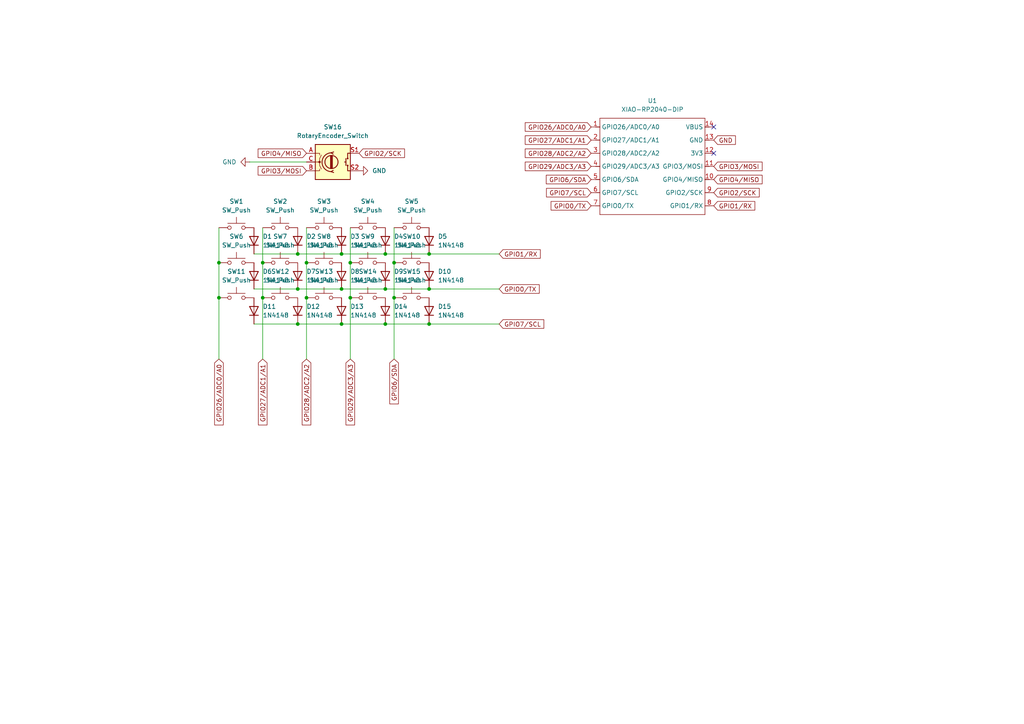
<source format=kicad_sch>
(kicad_sch
	(version 20250114)
	(generator "eeschema")
	(generator_version "9.0")
	(uuid "84bbfe34-d55f-4e62-8ec8-212d2454921c")
	(paper "A4")
	(lib_symbols
		(symbol "Device:RotaryEncoder_Switch"
			(pin_names
				(offset 0.254)
				(hide yes)
			)
			(exclude_from_sim no)
			(in_bom yes)
			(on_board yes)
			(property "Reference" "SW"
				(at 0 6.604 0)
				(effects
					(font
						(size 1.27 1.27)
					)
				)
			)
			(property "Value" "RotaryEncoder_Switch"
				(at 0 -6.604 0)
				(effects
					(font
						(size 1.27 1.27)
					)
				)
			)
			(property "Footprint" ""
				(at -3.81 4.064 0)
				(effects
					(font
						(size 1.27 1.27)
					)
					(hide yes)
				)
			)
			(property "Datasheet" "~"
				(at 0 6.604 0)
				(effects
					(font
						(size 1.27 1.27)
					)
					(hide yes)
				)
			)
			(property "Description" "Rotary encoder, dual channel, incremental quadrate outputs, with switch"
				(at 0 0 0)
				(effects
					(font
						(size 1.27 1.27)
					)
					(hide yes)
				)
			)
			(property "ki_keywords" "rotary switch encoder switch push button"
				(at 0 0 0)
				(effects
					(font
						(size 1.27 1.27)
					)
					(hide yes)
				)
			)
			(property "ki_fp_filters" "RotaryEncoder*Switch*"
				(at 0 0 0)
				(effects
					(font
						(size 1.27 1.27)
					)
					(hide yes)
				)
			)
			(symbol "RotaryEncoder_Switch_0_1"
				(rectangle
					(start -5.08 5.08)
					(end 5.08 -5.08)
					(stroke
						(width 0.254)
						(type default)
					)
					(fill
						(type background)
					)
				)
				(polyline
					(pts
						(xy -5.08 2.54) (xy -3.81 2.54) (xy -3.81 2.032)
					)
					(stroke
						(width 0)
						(type default)
					)
					(fill
						(type none)
					)
				)
				(polyline
					(pts
						(xy -5.08 0) (xy -3.81 0) (xy -3.81 -1.016) (xy -3.302 -2.032)
					)
					(stroke
						(width 0)
						(type default)
					)
					(fill
						(type none)
					)
				)
				(polyline
					(pts
						(xy -5.08 -2.54) (xy -3.81 -2.54) (xy -3.81 -2.032)
					)
					(stroke
						(width 0)
						(type default)
					)
					(fill
						(type none)
					)
				)
				(polyline
					(pts
						(xy -4.318 0) (xy -3.81 0) (xy -3.81 1.016) (xy -3.302 2.032)
					)
					(stroke
						(width 0)
						(type default)
					)
					(fill
						(type none)
					)
				)
				(circle
					(center -3.81 0)
					(radius 0.254)
					(stroke
						(width 0)
						(type default)
					)
					(fill
						(type outline)
					)
				)
				(polyline
					(pts
						(xy -0.635 -1.778) (xy -0.635 1.778)
					)
					(stroke
						(width 0.254)
						(type default)
					)
					(fill
						(type none)
					)
				)
				(circle
					(center -0.381 0)
					(radius 1.905)
					(stroke
						(width 0.254)
						(type default)
					)
					(fill
						(type none)
					)
				)
				(polyline
					(pts
						(xy -0.381 -1.778) (xy -0.381 1.778)
					)
					(stroke
						(width 0.254)
						(type default)
					)
					(fill
						(type none)
					)
				)
				(arc
					(start -0.381 -2.794)
					(mid -3.0988 -0.0635)
					(end -0.381 2.667)
					(stroke
						(width 0.254)
						(type default)
					)
					(fill
						(type none)
					)
				)
				(polyline
					(pts
						(xy -0.127 1.778) (xy -0.127 -1.778)
					)
					(stroke
						(width 0.254)
						(type default)
					)
					(fill
						(type none)
					)
				)
				(polyline
					(pts
						(xy 0.254 2.921) (xy -0.508 2.667) (xy 0.127 2.286)
					)
					(stroke
						(width 0.254)
						(type default)
					)
					(fill
						(type none)
					)
				)
				(polyline
					(pts
						(xy 0.254 -3.048) (xy -0.508 -2.794) (xy 0.127 -2.413)
					)
					(stroke
						(width 0.254)
						(type default)
					)
					(fill
						(type none)
					)
				)
				(polyline
					(pts
						(xy 3.81 1.016) (xy 3.81 -1.016)
					)
					(stroke
						(width 0.254)
						(type default)
					)
					(fill
						(type none)
					)
				)
				(polyline
					(pts
						(xy 3.81 0) (xy 3.429 0)
					)
					(stroke
						(width 0.254)
						(type default)
					)
					(fill
						(type none)
					)
				)
				(circle
					(center 4.318 1.016)
					(radius 0.127)
					(stroke
						(width 0.254)
						(type default)
					)
					(fill
						(type none)
					)
				)
				(circle
					(center 4.318 -1.016)
					(radius 0.127)
					(stroke
						(width 0.254)
						(type default)
					)
					(fill
						(type none)
					)
				)
				(polyline
					(pts
						(xy 5.08 2.54) (xy 4.318 2.54) (xy 4.318 1.016)
					)
					(stroke
						(width 0.254)
						(type default)
					)
					(fill
						(type none)
					)
				)
				(polyline
					(pts
						(xy 5.08 -2.54) (xy 4.318 -2.54) (xy 4.318 -1.016)
					)
					(stroke
						(width 0.254)
						(type default)
					)
					(fill
						(type none)
					)
				)
			)
			(symbol "RotaryEncoder_Switch_1_1"
				(pin passive line
					(at -7.62 2.54 0)
					(length 2.54)
					(name "A"
						(effects
							(font
								(size 1.27 1.27)
							)
						)
					)
					(number "A"
						(effects
							(font
								(size 1.27 1.27)
							)
						)
					)
				)
				(pin passive line
					(at -7.62 0 0)
					(length 2.54)
					(name "C"
						(effects
							(font
								(size 1.27 1.27)
							)
						)
					)
					(number "C"
						(effects
							(font
								(size 1.27 1.27)
							)
						)
					)
				)
				(pin passive line
					(at -7.62 -2.54 0)
					(length 2.54)
					(name "B"
						(effects
							(font
								(size 1.27 1.27)
							)
						)
					)
					(number "B"
						(effects
							(font
								(size 1.27 1.27)
							)
						)
					)
				)
				(pin passive line
					(at 7.62 2.54 180)
					(length 2.54)
					(name "S1"
						(effects
							(font
								(size 1.27 1.27)
							)
						)
					)
					(number "S1"
						(effects
							(font
								(size 1.27 1.27)
							)
						)
					)
				)
				(pin passive line
					(at 7.62 -2.54 180)
					(length 2.54)
					(name "S2"
						(effects
							(font
								(size 1.27 1.27)
							)
						)
					)
					(number "S2"
						(effects
							(font
								(size 1.27 1.27)
							)
						)
					)
				)
			)
			(embedded_fonts no)
		)
		(symbol "Diode:1N4148"
			(pin_numbers
				(hide yes)
			)
			(pin_names
				(hide yes)
			)
			(exclude_from_sim no)
			(in_bom yes)
			(on_board yes)
			(property "Reference" "D"
				(at 0 2.54 0)
				(effects
					(font
						(size 1.27 1.27)
					)
				)
			)
			(property "Value" "1N4148"
				(at 0 -2.54 0)
				(effects
					(font
						(size 1.27 1.27)
					)
				)
			)
			(property "Footprint" "Diode_THT:D_DO-35_SOD27_P7.62mm_Horizontal"
				(at 0 0 0)
				(effects
					(font
						(size 1.27 1.27)
					)
					(hide yes)
				)
			)
			(property "Datasheet" "https://assets.nexperia.com/documents/data-sheet/1N4148_1N4448.pdf"
				(at 0 0 0)
				(effects
					(font
						(size 1.27 1.27)
					)
					(hide yes)
				)
			)
			(property "Description" "100V 0.15A standard switching diode, DO-35"
				(at 0 0 0)
				(effects
					(font
						(size 1.27 1.27)
					)
					(hide yes)
				)
			)
			(property "Sim.Device" "D"
				(at 0 0 0)
				(effects
					(font
						(size 1.27 1.27)
					)
					(hide yes)
				)
			)
			(property "Sim.Pins" "1=K 2=A"
				(at 0 0 0)
				(effects
					(font
						(size 1.27 1.27)
					)
					(hide yes)
				)
			)
			(property "ki_keywords" "diode"
				(at 0 0 0)
				(effects
					(font
						(size 1.27 1.27)
					)
					(hide yes)
				)
			)
			(property "ki_fp_filters" "D*DO?35*"
				(at 0 0 0)
				(effects
					(font
						(size 1.27 1.27)
					)
					(hide yes)
				)
			)
			(symbol "1N4148_0_1"
				(polyline
					(pts
						(xy -1.27 1.27) (xy -1.27 -1.27)
					)
					(stroke
						(width 0.254)
						(type default)
					)
					(fill
						(type none)
					)
				)
				(polyline
					(pts
						(xy 1.27 1.27) (xy 1.27 -1.27) (xy -1.27 0) (xy 1.27 1.27)
					)
					(stroke
						(width 0.254)
						(type default)
					)
					(fill
						(type none)
					)
				)
				(polyline
					(pts
						(xy 1.27 0) (xy -1.27 0)
					)
					(stroke
						(width 0)
						(type default)
					)
					(fill
						(type none)
					)
				)
			)
			(symbol "1N4148_1_1"
				(pin passive line
					(at -3.81 0 0)
					(length 2.54)
					(name "K"
						(effects
							(font
								(size 1.27 1.27)
							)
						)
					)
					(number "1"
						(effects
							(font
								(size 1.27 1.27)
							)
						)
					)
				)
				(pin passive line
					(at 3.81 0 180)
					(length 2.54)
					(name "A"
						(effects
							(font
								(size 1.27 1.27)
							)
						)
					)
					(number "2"
						(effects
							(font
								(size 1.27 1.27)
							)
						)
					)
				)
			)
			(embedded_fonts no)
		)
		(symbol "Seeed_Studio_XIAO_Series:XIAO-RP2040-DIP"
			(exclude_from_sim no)
			(in_bom yes)
			(on_board yes)
			(property "Reference" "U"
				(at 0 0 0)
				(effects
					(font
						(size 1.27 1.27)
					)
				)
			)
			(property "Value" "XIAO-RP2040-DIP"
				(at 5.334 -1.778 0)
				(effects
					(font
						(size 1.27 1.27)
					)
				)
			)
			(property "Footprint" "Module:MOUDLE14P-XIAO-DIP-SMD"
				(at 14.478 -32.258 0)
				(effects
					(font
						(size 1.27 1.27)
					)
					(hide yes)
				)
			)
			(property "Datasheet" ""
				(at 0 0 0)
				(effects
					(font
						(size 1.27 1.27)
					)
					(hide yes)
				)
			)
			(property "Description" ""
				(at 0 0 0)
				(effects
					(font
						(size 1.27 1.27)
					)
					(hide yes)
				)
			)
			(symbol "XIAO-RP2040-DIP_1_0"
				(polyline
					(pts
						(xy -1.27 -2.54) (xy 29.21 -2.54)
					)
					(stroke
						(width 0.1524)
						(type solid)
					)
					(fill
						(type none)
					)
				)
				(polyline
					(pts
						(xy -1.27 -5.08) (xy -2.54 -5.08)
					)
					(stroke
						(width 0.1524)
						(type solid)
					)
					(fill
						(type none)
					)
				)
				(polyline
					(pts
						(xy -1.27 -5.08) (xy -1.27 -2.54)
					)
					(stroke
						(width 0.1524)
						(type solid)
					)
					(fill
						(type none)
					)
				)
				(polyline
					(pts
						(xy -1.27 -8.89) (xy -2.54 -8.89)
					)
					(stroke
						(width 0.1524)
						(type solid)
					)
					(fill
						(type none)
					)
				)
				(polyline
					(pts
						(xy -1.27 -8.89) (xy -1.27 -5.08)
					)
					(stroke
						(width 0.1524)
						(type solid)
					)
					(fill
						(type none)
					)
				)
				(polyline
					(pts
						(xy -1.27 -12.7) (xy -2.54 -12.7)
					)
					(stroke
						(width 0.1524)
						(type solid)
					)
					(fill
						(type none)
					)
				)
				(polyline
					(pts
						(xy -1.27 -12.7) (xy -1.27 -8.89)
					)
					(stroke
						(width 0.1524)
						(type solid)
					)
					(fill
						(type none)
					)
				)
				(polyline
					(pts
						(xy -1.27 -16.51) (xy -2.54 -16.51)
					)
					(stroke
						(width 0.1524)
						(type solid)
					)
					(fill
						(type none)
					)
				)
				(polyline
					(pts
						(xy -1.27 -16.51) (xy -1.27 -12.7)
					)
					(stroke
						(width 0.1524)
						(type solid)
					)
					(fill
						(type none)
					)
				)
				(polyline
					(pts
						(xy -1.27 -20.32) (xy -2.54 -20.32)
					)
					(stroke
						(width 0.1524)
						(type solid)
					)
					(fill
						(type none)
					)
				)
				(polyline
					(pts
						(xy -1.27 -24.13) (xy -2.54 -24.13)
					)
					(stroke
						(width 0.1524)
						(type solid)
					)
					(fill
						(type none)
					)
				)
				(polyline
					(pts
						(xy -1.27 -27.94) (xy -2.54 -27.94)
					)
					(stroke
						(width 0.1524)
						(type solid)
					)
					(fill
						(type none)
					)
				)
				(polyline
					(pts
						(xy -1.27 -30.48) (xy -1.27 -16.51)
					)
					(stroke
						(width 0.1524)
						(type solid)
					)
					(fill
						(type none)
					)
				)
				(polyline
					(pts
						(xy 29.21 -2.54) (xy 29.21 -5.08)
					)
					(stroke
						(width 0.1524)
						(type solid)
					)
					(fill
						(type none)
					)
				)
				(polyline
					(pts
						(xy 29.21 -5.08) (xy 29.21 -8.89)
					)
					(stroke
						(width 0.1524)
						(type solid)
					)
					(fill
						(type none)
					)
				)
				(polyline
					(pts
						(xy 29.21 -8.89) (xy 29.21 -12.7)
					)
					(stroke
						(width 0.1524)
						(type solid)
					)
					(fill
						(type none)
					)
				)
				(polyline
					(pts
						(xy 29.21 -12.7) (xy 29.21 -30.48)
					)
					(stroke
						(width 0.1524)
						(type solid)
					)
					(fill
						(type none)
					)
				)
				(polyline
					(pts
						(xy 29.21 -30.48) (xy -1.27 -30.48)
					)
					(stroke
						(width 0.1524)
						(type solid)
					)
					(fill
						(type none)
					)
				)
				(polyline
					(pts
						(xy 30.48 -5.08) (xy 29.21 -5.08)
					)
					(stroke
						(width 0.1524)
						(type solid)
					)
					(fill
						(type none)
					)
				)
				(polyline
					(pts
						(xy 30.48 -8.89) (xy 29.21 -8.89)
					)
					(stroke
						(width 0.1524)
						(type solid)
					)
					(fill
						(type none)
					)
				)
				(polyline
					(pts
						(xy 30.48 -12.7) (xy 29.21 -12.7)
					)
					(stroke
						(width 0.1524)
						(type solid)
					)
					(fill
						(type none)
					)
				)
				(polyline
					(pts
						(xy 30.48 -16.51) (xy 29.21 -16.51)
					)
					(stroke
						(width 0.1524)
						(type solid)
					)
					(fill
						(type none)
					)
				)
				(polyline
					(pts
						(xy 30.48 -20.32) (xy 29.21 -20.32)
					)
					(stroke
						(width 0.1524)
						(type solid)
					)
					(fill
						(type none)
					)
				)
				(polyline
					(pts
						(xy 30.48 -24.13) (xy 29.21 -24.13)
					)
					(stroke
						(width 0.1524)
						(type solid)
					)
					(fill
						(type none)
					)
				)
				(polyline
					(pts
						(xy 30.48 -27.94) (xy 29.21 -27.94)
					)
					(stroke
						(width 0.1524)
						(type solid)
					)
					(fill
						(type none)
					)
				)
				(pin passive line
					(at -3.81 -5.08 0)
					(length 2.54)
					(name "GPIO26/ADC0/A0"
						(effects
							(font
								(size 1.27 1.27)
							)
						)
					)
					(number "1"
						(effects
							(font
								(size 1.27 1.27)
							)
						)
					)
				)
				(pin passive line
					(at -3.81 -8.89 0)
					(length 2.54)
					(name "GPIO27/ADC1/A1"
						(effects
							(font
								(size 1.27 1.27)
							)
						)
					)
					(number "2"
						(effects
							(font
								(size 1.27 1.27)
							)
						)
					)
				)
				(pin passive line
					(at -3.81 -12.7 0)
					(length 2.54)
					(name "GPIO28/ADC2/A2"
						(effects
							(font
								(size 1.27 1.27)
							)
						)
					)
					(number "3"
						(effects
							(font
								(size 1.27 1.27)
							)
						)
					)
				)
				(pin passive line
					(at -3.81 -16.51 0)
					(length 2.54)
					(name "GPIO29/ADC3/A3"
						(effects
							(font
								(size 1.27 1.27)
							)
						)
					)
					(number "4"
						(effects
							(font
								(size 1.27 1.27)
							)
						)
					)
				)
				(pin passive line
					(at -3.81 -20.32 0)
					(length 2.54)
					(name "GPIO6/SDA"
						(effects
							(font
								(size 1.27 1.27)
							)
						)
					)
					(number "5"
						(effects
							(font
								(size 1.27 1.27)
							)
						)
					)
				)
				(pin passive line
					(at -3.81 -24.13 0)
					(length 2.54)
					(name "GPIO7/SCL"
						(effects
							(font
								(size 1.27 1.27)
							)
						)
					)
					(number "6"
						(effects
							(font
								(size 1.27 1.27)
							)
						)
					)
				)
				(pin passive line
					(at -3.81 -27.94 0)
					(length 2.54)
					(name "GPIO0/TX"
						(effects
							(font
								(size 1.27 1.27)
							)
						)
					)
					(number "7"
						(effects
							(font
								(size 1.27 1.27)
							)
						)
					)
				)
				(pin passive line
					(at 31.75 -5.08 180)
					(length 2.54)
					(name "VBUS"
						(effects
							(font
								(size 1.27 1.27)
							)
						)
					)
					(number "14"
						(effects
							(font
								(size 1.27 1.27)
							)
						)
					)
				)
				(pin passive line
					(at 31.75 -8.89 180)
					(length 2.54)
					(name "GND"
						(effects
							(font
								(size 1.27 1.27)
							)
						)
					)
					(number "13"
						(effects
							(font
								(size 1.27 1.27)
							)
						)
					)
				)
				(pin passive line
					(at 31.75 -12.7 180)
					(length 2.54)
					(name "3V3"
						(effects
							(font
								(size 1.27 1.27)
							)
						)
					)
					(number "12"
						(effects
							(font
								(size 1.27 1.27)
							)
						)
					)
				)
				(pin passive line
					(at 31.75 -16.51 180)
					(length 2.54)
					(name "GPIO3/MOSI"
						(effects
							(font
								(size 1.27 1.27)
							)
						)
					)
					(number "11"
						(effects
							(font
								(size 1.27 1.27)
							)
						)
					)
				)
				(pin passive line
					(at 31.75 -20.32 180)
					(length 2.54)
					(name "GPIO4/MISO"
						(effects
							(font
								(size 1.27 1.27)
							)
						)
					)
					(number "10"
						(effects
							(font
								(size 1.27 1.27)
							)
						)
					)
				)
				(pin passive line
					(at 31.75 -24.13 180)
					(length 2.54)
					(name "GPIO2/SCK"
						(effects
							(font
								(size 1.27 1.27)
							)
						)
					)
					(number "9"
						(effects
							(font
								(size 1.27 1.27)
							)
						)
					)
				)
				(pin passive line
					(at 31.75 -27.94 180)
					(length 2.54)
					(name "GPIO1/RX"
						(effects
							(font
								(size 1.27 1.27)
							)
						)
					)
					(number "8"
						(effects
							(font
								(size 1.27 1.27)
							)
						)
					)
				)
			)
			(embedded_fonts no)
		)
		(symbol "Switch:SW_Push"
			(pin_numbers
				(hide yes)
			)
			(pin_names
				(offset 1.016)
				(hide yes)
			)
			(exclude_from_sim no)
			(in_bom yes)
			(on_board yes)
			(property "Reference" "SW"
				(at 1.27 2.54 0)
				(effects
					(font
						(size 1.27 1.27)
					)
					(justify left)
				)
			)
			(property "Value" "SW_Push"
				(at 0 -1.524 0)
				(effects
					(font
						(size 1.27 1.27)
					)
				)
			)
			(property "Footprint" ""
				(at 0 5.08 0)
				(effects
					(font
						(size 1.27 1.27)
					)
					(hide yes)
				)
			)
			(property "Datasheet" "~"
				(at 0 5.08 0)
				(effects
					(font
						(size 1.27 1.27)
					)
					(hide yes)
				)
			)
			(property "Description" "Push button switch, generic, two pins"
				(at 0 0 0)
				(effects
					(font
						(size 1.27 1.27)
					)
					(hide yes)
				)
			)
			(property "ki_keywords" "switch normally-open pushbutton push-button"
				(at 0 0 0)
				(effects
					(font
						(size 1.27 1.27)
					)
					(hide yes)
				)
			)
			(symbol "SW_Push_0_1"
				(circle
					(center -2.032 0)
					(radius 0.508)
					(stroke
						(width 0)
						(type default)
					)
					(fill
						(type none)
					)
				)
				(polyline
					(pts
						(xy 0 1.27) (xy 0 3.048)
					)
					(stroke
						(width 0)
						(type default)
					)
					(fill
						(type none)
					)
				)
				(circle
					(center 2.032 0)
					(radius 0.508)
					(stroke
						(width 0)
						(type default)
					)
					(fill
						(type none)
					)
				)
				(polyline
					(pts
						(xy 2.54 1.27) (xy -2.54 1.27)
					)
					(stroke
						(width 0)
						(type default)
					)
					(fill
						(type none)
					)
				)
				(pin passive line
					(at -5.08 0 0)
					(length 2.54)
					(name "1"
						(effects
							(font
								(size 1.27 1.27)
							)
						)
					)
					(number "1"
						(effects
							(font
								(size 1.27 1.27)
							)
						)
					)
				)
				(pin passive line
					(at 5.08 0 180)
					(length 2.54)
					(name "2"
						(effects
							(font
								(size 1.27 1.27)
							)
						)
					)
					(number "2"
						(effects
							(font
								(size 1.27 1.27)
							)
						)
					)
				)
			)
			(embedded_fonts no)
		)
		(symbol "power:GND"
			(power)
			(pin_numbers
				(hide yes)
			)
			(pin_names
				(offset 0)
				(hide yes)
			)
			(exclude_from_sim no)
			(in_bom yes)
			(on_board yes)
			(property "Reference" "#PWR"
				(at 0 -6.35 0)
				(effects
					(font
						(size 1.27 1.27)
					)
					(hide yes)
				)
			)
			(property "Value" "GND"
				(at 0 -3.81 0)
				(effects
					(font
						(size 1.27 1.27)
					)
				)
			)
			(property "Footprint" ""
				(at 0 0 0)
				(effects
					(font
						(size 1.27 1.27)
					)
					(hide yes)
				)
			)
			(property "Datasheet" ""
				(at 0 0 0)
				(effects
					(font
						(size 1.27 1.27)
					)
					(hide yes)
				)
			)
			(property "Description" "Power symbol creates a global label with name \"GND\" , ground"
				(at 0 0 0)
				(effects
					(font
						(size 1.27 1.27)
					)
					(hide yes)
				)
			)
			(property "ki_keywords" "global power"
				(at 0 0 0)
				(effects
					(font
						(size 1.27 1.27)
					)
					(hide yes)
				)
			)
			(symbol "GND_0_1"
				(polyline
					(pts
						(xy 0 0) (xy 0 -1.27) (xy 1.27 -1.27) (xy 0 -2.54) (xy -1.27 -1.27) (xy 0 -1.27)
					)
					(stroke
						(width 0)
						(type default)
					)
					(fill
						(type none)
					)
				)
			)
			(symbol "GND_1_1"
				(pin power_in line
					(at 0 0 270)
					(length 0)
					(name "~"
						(effects
							(font
								(size 1.27 1.27)
							)
						)
					)
					(number "1"
						(effects
							(font
								(size 1.27 1.27)
							)
						)
					)
				)
			)
			(embedded_fonts no)
		)
	)
	(junction
		(at 99.06 93.98)
		(diameter 0)
		(color 0 0 0 0)
		(uuid "04711352-a8df-4f25-9e27-e44ccf430fc8")
	)
	(junction
		(at 101.6 76.2)
		(diameter 0)
		(color 0 0 0 0)
		(uuid "2f43e62e-8888-4d07-9fde-803ca2531762")
	)
	(junction
		(at 99.06 83.82)
		(diameter 0)
		(color 0 0 0 0)
		(uuid "3b80be76-be60-49d8-aacc-a03e2b8c9270")
	)
	(junction
		(at 76.2 76.2)
		(diameter 0)
		(color 0 0 0 0)
		(uuid "3f6c134a-7107-46a0-b17f-e752360235a2")
	)
	(junction
		(at 111.76 93.98)
		(diameter 0)
		(color 0 0 0 0)
		(uuid "487d4e98-8f3b-4dcf-b671-1c6965c6b0d9")
	)
	(junction
		(at 111.76 83.82)
		(diameter 0)
		(color 0 0 0 0)
		(uuid "4b3b630e-1d7d-4d6a-929a-a0f5fb10b820")
	)
	(junction
		(at 124.46 73.66)
		(diameter 0)
		(color 0 0 0 0)
		(uuid "4bcacad8-c7e1-48f3-91d7-73362585e7cd")
	)
	(junction
		(at 86.36 83.82)
		(diameter 0)
		(color 0 0 0 0)
		(uuid "532664f2-1228-4313-bccc-5249aa2243cc")
	)
	(junction
		(at 111.76 73.66)
		(diameter 0)
		(color 0 0 0 0)
		(uuid "776879b6-2ab3-4ddb-b54c-5722ca4ba3c1")
	)
	(junction
		(at 88.9 86.36)
		(diameter 0)
		(color 0 0 0 0)
		(uuid "7856143e-3af7-462d-86f0-7b66be69c31f")
	)
	(junction
		(at 101.6 86.36)
		(diameter 0)
		(color 0 0 0 0)
		(uuid "83c49bb6-ba76-4d79-9a49-59773d567a67")
	)
	(junction
		(at 88.9 76.2)
		(diameter 0)
		(color 0 0 0 0)
		(uuid "93834760-f2d5-4379-ad29-85cb244fee03")
	)
	(junction
		(at 86.36 93.98)
		(diameter 0)
		(color 0 0 0 0)
		(uuid "9ca3f706-6f3e-4dea-8e55-24407d0ea8fb")
	)
	(junction
		(at 63.5 76.2)
		(diameter 0)
		(color 0 0 0 0)
		(uuid "a3b8e5e6-6ca2-497b-9e6a-fc86d7dc362c")
	)
	(junction
		(at 114.3 76.2)
		(diameter 0)
		(color 0 0 0 0)
		(uuid "a581c18e-9f21-4058-98ae-e8dfa607a2e5")
	)
	(junction
		(at 76.2 86.36)
		(diameter 0)
		(color 0 0 0 0)
		(uuid "b1167bc9-3547-4124-be6d-f4e5faa6e8c1")
	)
	(junction
		(at 63.5 86.36)
		(diameter 0)
		(color 0 0 0 0)
		(uuid "c964a3eb-fda6-480f-ad2f-04b53e26f55a")
	)
	(junction
		(at 124.46 83.82)
		(diameter 0)
		(color 0 0 0 0)
		(uuid "d9f244d5-4e17-4d75-b641-ee0602783a30")
	)
	(junction
		(at 86.36 73.66)
		(diameter 0)
		(color 0 0 0 0)
		(uuid "e144c5a0-c206-4324-ac26-60ebcbeef534")
	)
	(junction
		(at 124.46 93.98)
		(diameter 0)
		(color 0 0 0 0)
		(uuid "f9fb7602-b4ce-4e73-8837-0afe75537536")
	)
	(junction
		(at 99.06 73.66)
		(diameter 0)
		(color 0 0 0 0)
		(uuid "fc2ce7e5-599b-4261-a965-3f48ae0a9195")
	)
	(junction
		(at 114.3 86.36)
		(diameter 0)
		(color 0 0 0 0)
		(uuid "fc695852-db27-43d3-812b-533918677db7")
	)
	(no_connect
		(at 207.01 44.45)
		(uuid "3eafdb0b-e331-4f89-97db-4befa2219fd7")
	)
	(no_connect
		(at 207.01 36.83)
		(uuid "94e20e01-d85a-4f36-89e0-7c11c887fc97")
	)
	(wire
		(pts
			(xy 76.2 86.36) (xy 76.2 104.14)
		)
		(stroke
			(width 0)
			(type default)
		)
		(uuid "00865e43-a0bf-4bf7-8ef2-c56cde74742c")
	)
	(wire
		(pts
			(xy 114.3 86.36) (xy 114.3 104.14)
		)
		(stroke
			(width 0)
			(type default)
		)
		(uuid "06cd3cef-394d-4f2f-a998-1e631eabb01a")
	)
	(wire
		(pts
			(xy 101.6 76.2) (xy 101.6 86.36)
		)
		(stroke
			(width 0)
			(type default)
		)
		(uuid "0b712a2e-63bd-416c-989e-85744cf3fcfc")
	)
	(wire
		(pts
			(xy 63.5 66.04) (xy 63.5 76.2)
		)
		(stroke
			(width 0)
			(type default)
		)
		(uuid "199161db-4cfe-48f4-800d-e69bb7089d82")
	)
	(wire
		(pts
			(xy 111.76 83.82) (xy 124.46 83.82)
		)
		(stroke
			(width 0)
			(type default)
		)
		(uuid "3fb92b1f-6f15-408d-81b4-d4de1285d5da")
	)
	(wire
		(pts
			(xy 76.2 76.2) (xy 76.2 86.36)
		)
		(stroke
			(width 0)
			(type default)
		)
		(uuid "4cc2bddc-447c-484a-9742-2c10c239bd79")
	)
	(wire
		(pts
			(xy 124.46 83.82) (xy 144.78 83.82)
		)
		(stroke
			(width 0)
			(type default)
		)
		(uuid "5341a83e-5690-4946-94d8-922e60db7a9e")
	)
	(wire
		(pts
			(xy 76.2 66.04) (xy 76.2 76.2)
		)
		(stroke
			(width 0)
			(type default)
		)
		(uuid "53ca225f-1be2-4f0c-b679-86ff97a2f407")
	)
	(wire
		(pts
			(xy 86.36 83.82) (xy 99.06 83.82)
		)
		(stroke
			(width 0)
			(type default)
		)
		(uuid "5b0d8bfc-631f-42bb-a1f1-36a5d8797f99")
	)
	(wire
		(pts
			(xy 86.36 73.66) (xy 99.06 73.66)
		)
		(stroke
			(width 0)
			(type default)
		)
		(uuid "6a8d498b-6dd5-40db-b0bc-ec880134976b")
	)
	(wire
		(pts
			(xy 88.9 76.2) (xy 88.9 86.36)
		)
		(stroke
			(width 0)
			(type default)
		)
		(uuid "7a90de87-63f2-49fd-a2bf-505d9c16b838")
	)
	(wire
		(pts
			(xy 114.3 66.04) (xy 114.3 76.2)
		)
		(stroke
			(width 0)
			(type default)
		)
		(uuid "7aa8f022-987a-4905-823d-2cbdf9dfad81")
	)
	(wire
		(pts
			(xy 101.6 86.36) (xy 101.6 104.14)
		)
		(stroke
			(width 0)
			(type default)
		)
		(uuid "91f10342-32d4-4105-8386-fa3016eac0d7")
	)
	(wire
		(pts
			(xy 99.06 93.98) (xy 111.76 93.98)
		)
		(stroke
			(width 0)
			(type default)
		)
		(uuid "9e1cfd65-dfce-413e-91e6-82ba5335e01c")
	)
	(wire
		(pts
			(xy 99.06 83.82) (xy 111.76 83.82)
		)
		(stroke
			(width 0)
			(type default)
		)
		(uuid "9f8cb6e9-d07f-4e30-ad39-0dd83f746da1")
	)
	(wire
		(pts
			(xy 73.66 83.82) (xy 86.36 83.82)
		)
		(stroke
			(width 0)
			(type default)
		)
		(uuid "a3635d9d-61ab-45ba-a06d-1b907c515bdc")
	)
	(wire
		(pts
			(xy 63.5 76.2) (xy 63.5 86.36)
		)
		(stroke
			(width 0)
			(type default)
		)
		(uuid "a63bf7ac-66be-4cad-9222-aead5b03577c")
	)
	(wire
		(pts
			(xy 63.5 86.36) (xy 63.5 104.14)
		)
		(stroke
			(width 0)
			(type default)
		)
		(uuid "a8d2dd4c-2a50-4f71-a8b7-95c1cc65f46c")
	)
	(wire
		(pts
			(xy 114.3 76.2) (xy 114.3 86.36)
		)
		(stroke
			(width 0)
			(type default)
		)
		(uuid "b36e1ad9-c93c-49f4-a9d4-b92001b0bc51")
	)
	(wire
		(pts
			(xy 72.39 46.99) (xy 88.9 46.99)
		)
		(stroke
			(width 0)
			(type default)
		)
		(uuid "b3fda2c9-88a2-41f6-9b2e-5684488a1bc5")
	)
	(wire
		(pts
			(xy 111.76 73.66) (xy 124.46 73.66)
		)
		(stroke
			(width 0)
			(type default)
		)
		(uuid "b6856ad6-4599-4192-a104-fd2f787f2092")
	)
	(wire
		(pts
			(xy 88.9 66.04) (xy 88.9 76.2)
		)
		(stroke
			(width 0)
			(type default)
		)
		(uuid "c79c27d2-1e0b-43c0-aeba-d260bbea61f2")
	)
	(wire
		(pts
			(xy 73.66 73.66) (xy 86.36 73.66)
		)
		(stroke
			(width 0)
			(type default)
		)
		(uuid "cac6c11c-45d9-4735-9080-f2653651e895")
	)
	(wire
		(pts
			(xy 73.66 93.98) (xy 86.36 93.98)
		)
		(stroke
			(width 0)
			(type default)
		)
		(uuid "ce72ffe1-e456-4ec5-9a17-464ae67cdba9")
	)
	(wire
		(pts
			(xy 124.46 93.98) (xy 144.78 93.98)
		)
		(stroke
			(width 0)
			(type default)
		)
		(uuid "d59225a6-87eb-457a-9d6c-c4734d7754aa")
	)
	(wire
		(pts
			(xy 111.76 93.98) (xy 124.46 93.98)
		)
		(stroke
			(width 0)
			(type default)
		)
		(uuid "ddf1f44c-37e7-430e-8fa5-13dae51cead6")
	)
	(wire
		(pts
			(xy 101.6 66.04) (xy 101.6 76.2)
		)
		(stroke
			(width 0)
			(type default)
		)
		(uuid "e55b77dc-3a50-4a3b-87c8-4c41fda311c7")
	)
	(wire
		(pts
			(xy 124.46 73.66) (xy 144.78 73.66)
		)
		(stroke
			(width 0)
			(type default)
		)
		(uuid "eceb6335-8303-4775-ad59-6f9fc5385a8d")
	)
	(wire
		(pts
			(xy 86.36 93.98) (xy 99.06 93.98)
		)
		(stroke
			(width 0)
			(type default)
		)
		(uuid "fe733df9-43b1-4507-8d2b-1d15636d3abb")
	)
	(wire
		(pts
			(xy 88.9 86.36) (xy 88.9 104.14)
		)
		(stroke
			(width 0)
			(type default)
		)
		(uuid "feae116d-ae41-437c-ae99-df7c23db1c1e")
	)
	(wire
		(pts
			(xy 99.06 73.66) (xy 111.76 73.66)
		)
		(stroke
			(width 0)
			(type default)
		)
		(uuid "ffab709b-a312-4ec6-ae76-1989880cdb62")
	)
	(global_label "GPIO7/SCL"
		(shape input)
		(at 171.45 55.88 180)
		(effects
			(font
				(size 1.27 1.27)
			)
			(justify right)
		)
		(uuid "0678bcad-eeda-4c79-89aa-7031dc48a0a6")
		(property "Intersheetrefs" "${INTERSHEET_REFS}"
			(at 171.45 55.88 0)
			(effects
				(font
					(size 1.27 1.27)
				)
				(hide yes)
			)
		)
	)
	(global_label "GPIO26/ADC0/A0"
		(shape input)
		(at 171.45 36.83 180)
		(effects
			(font
				(size 1.27 1.27)
			)
			(justify right)
		)
		(uuid "313949a8-659f-40cb-9d02-0e776a8df334")
		(property "Intersheetrefs" "${INTERSHEET_REFS}"
			(at 171.45 36.83 0)
			(effects
				(font
					(size 1.27 1.27)
				)
				(hide yes)
			)
		)
	)
	(global_label "GPIO1/RX"
		(shape input)
		(at 144.78 73.66 0)
		(effects
			(font
				(size 1.27 1.27)
			)
			(justify left)
		)
		(uuid "34634f37-2cf7-4918-94fa-b94b3439816d")
		(property "Intersheetrefs" "${INTERSHEET_REFS}"
			(at 144.78 73.66 0)
			(effects
				(font
					(size 1.27 1.27)
				)
				(hide yes)
			)
		)
	)
	(global_label "GPIO2/SCK"
		(shape input)
		(at 104.14 44.45 0)
		(effects
			(font
				(size 1.27 1.27)
			)
			(justify left)
		)
		(uuid "3dc8776d-3412-4d53-ab84-2a560eeeb75b")
		(property "Intersheetrefs" "${INTERSHEET_REFS}"
			(at 104.14 44.45 0)
			(effects
				(font
					(size 1.27 1.27)
				)
				(hide yes)
			)
		)
	)
	(global_label "GPIO26/ADC0/A0"
		(shape input)
		(at 63.5 104.14 270)
		(effects
			(font
				(size 1.27 1.27)
			)
			(justify right)
		)
		(uuid "3ee5326c-e580-49e0-8eb2-153bdb03e333")
		(property "Intersheetrefs" "${INTERSHEET_REFS}"
			(at 63.5 104.14 90)
			(effects
				(font
					(size 1.27 1.27)
				)
				(hide yes)
			)
		)
	)
	(global_label "GPIO4/MISO"
		(shape input)
		(at 207.01 52.07 0)
		(effects
			(font
				(size 1.27 1.27)
			)
			(justify left)
		)
		(uuid "465cf3d1-d09a-47b0-bda8-0156ea1ee473")
		(property "Intersheetrefs" "${INTERSHEET_REFS}"
			(at 207.01 52.07 0)
			(effects
				(font
					(size 1.27 1.27)
				)
				(hide yes)
			)
		)
	)
	(global_label "GPIO29/ADC3/A3"
		(shape input)
		(at 101.6 104.14 270)
		(effects
			(font
				(size 1.27 1.27)
			)
			(justify right)
		)
		(uuid "4f685a82-6de3-4dc2-9833-cdad31952f46")
		(property "Intersheetrefs" "${INTERSHEET_REFS}"
			(at 101.6 104.14 90)
			(effects
				(font
					(size 1.27 1.27)
				)
				(hide yes)
			)
		)
	)
	(global_label "GPIO6/SDA"
		(shape input)
		(at 171.45 52.07 180)
		(effects
			(font
				(size 1.27 1.27)
			)
			(justify right)
		)
		(uuid "59ec7031-d6d5-40e0-ba46-1cebd97ff5f8")
		(property "Intersheetrefs" "${INTERSHEET_REFS}"
			(at 171.45 52.07 0)
			(effects
				(font
					(size 1.27 1.27)
				)
				(hide yes)
			)
		)
	)
	(global_label "GPIO27/ADC1/A1"
		(shape input)
		(at 76.2 104.14 270)
		(effects
			(font
				(size 1.27 1.27)
			)
			(justify right)
		)
		(uuid "5d53b72e-7979-486a-82b0-af8d4fb2c0e9")
		(property "Intersheetrefs" "${INTERSHEET_REFS}"
			(at 76.2 104.14 90)
			(effects
				(font
					(size 1.27 1.27)
				)
				(hide yes)
			)
		)
	)
	(global_label "GPIO28/ADC2/A2"
		(shape input)
		(at 171.45 44.45 180)
		(effects
			(font
				(size 1.27 1.27)
			)
			(justify right)
		)
		(uuid "67ea1a50-7d67-48f8-b84f-32831f9faa6f")
		(property "Intersheetrefs" "${INTERSHEET_REFS}"
			(at 171.45 44.45 0)
			(effects
				(font
					(size 1.27 1.27)
				)
				(hide yes)
			)
		)
	)
	(global_label "GPIO28/ADC2/A2"
		(shape input)
		(at 88.9 104.14 270)
		(effects
			(font
				(size 1.27 1.27)
			)
			(justify right)
		)
		(uuid "7d847b6a-748e-4266-9889-5c9a4b3afce1")
		(property "Intersheetrefs" "${INTERSHEET_REFS}"
			(at 88.9 104.14 90)
			(effects
				(font
					(size 1.27 1.27)
				)
				(hide yes)
			)
		)
	)
	(global_label "GPIO7/SCL"
		(shape input)
		(at 144.78 93.98 0)
		(effects
			(font
				(size 1.27 1.27)
			)
			(justify left)
		)
		(uuid "8a20e931-c252-46e0-9742-28e7cfb07db5")
		(property "Intersheetrefs" "${INTERSHEET_REFS}"
			(at 144.78 93.98 0)
			(effects
				(font
					(size 1.27 1.27)
				)
				(hide yes)
			)
		)
	)
	(global_label "GPIO29/ADC3/A3"
		(shape input)
		(at 171.45 48.26 180)
		(effects
			(font
				(size 1.27 1.27)
			)
			(justify right)
		)
		(uuid "a14d4d0a-e74f-4ea8-996a-2a9ffe9c2724")
		(property "Intersheetrefs" "${INTERSHEET_REFS}"
			(at 171.45 48.26 0)
			(effects
				(font
					(size 1.27 1.27)
				)
				(hide yes)
			)
		)
	)
	(global_label "GPIO4/MISO"
		(shape input)
		(at 88.9 44.45 180)
		(effects
			(font
				(size 1.27 1.27)
			)
			(justify right)
		)
		(uuid "a4377164-3041-47cc-b3dc-633aedca2836")
		(property "Intersheetrefs" "${INTERSHEET_REFS}"
			(at 88.9 44.45 0)
			(effects
				(font
					(size 1.27 1.27)
				)
				(hide yes)
			)
		)
	)
	(global_label "GPIO3/MOSI"
		(shape input)
		(at 88.9 49.53 180)
		(effects
			(font
				(size 1.27 1.27)
			)
			(justify right)
		)
		(uuid "be078e3c-4e2f-431e-9223-817ca2385a7a")
		(property "Intersheetrefs" "${INTERSHEET_REFS}"
			(at 88.9 49.53 0)
			(effects
				(font
					(size 1.27 1.27)
				)
				(hide yes)
			)
		)
	)
	(global_label "GND"
		(shape input)
		(at 207.01 40.64 0)
		(effects
			(font
				(size 1.27 1.27)
			)
			(justify left)
		)
		(uuid "de97eafc-c0a7-4985-9861-b3e936252fbd")
		(property "Intersheetrefs" "${INTERSHEET_REFS}"
			(at 207.01 40.64 0)
			(effects
				(font
					(size 1.27 1.27)
				)
				(hide yes)
			)
		)
	)
	(global_label "GPIO3/MOSI"
		(shape input)
		(at 207.01 48.26 0)
		(effects
			(font
				(size 1.27 1.27)
			)
			(justify left)
		)
		(uuid "deebe496-fb4f-41a9-998b-c36d720c8b7c")
		(property "Intersheetrefs" "${INTERSHEET_REFS}"
			(at 207.01 48.26 0)
			(effects
				(font
					(size 1.27 1.27)
				)
				(hide yes)
			)
		)
	)
	(global_label "GPIO2/SCK"
		(shape input)
		(at 207.01 55.88 0)
		(effects
			(font
				(size 1.27 1.27)
			)
			(justify left)
		)
		(uuid "e26ca4e8-1106-48cd-9606-eec0b2e6ad96")
		(property "Intersheetrefs" "${INTERSHEET_REFS}"
			(at 207.01 55.88 0)
			(effects
				(font
					(size 1.27 1.27)
				)
				(hide yes)
			)
		)
	)
	(global_label "GPIO0/TX"
		(shape input)
		(at 171.45 59.69 180)
		(effects
			(font
				(size 1.27 1.27)
			)
			(justify right)
		)
		(uuid "e46230f6-39a2-4260-88f3-5a483aa01ac0")
		(property "Intersheetrefs" "${INTERSHEET_REFS}"
			(at 171.45 59.69 0)
			(effects
				(font
					(size 1.27 1.27)
				)
				(hide yes)
			)
		)
	)
	(global_label "GPIO27/ADC1/A1"
		(shape input)
		(at 171.45 40.64 180)
		(effects
			(font
				(size 1.27 1.27)
			)
			(justify right)
		)
		(uuid "f2e7c64b-774e-4928-acae-0d0eedb32ba8")
		(property "Intersheetrefs" "${INTERSHEET_REFS}"
			(at 171.45 40.64 0)
			(effects
				(font
					(size 1.27 1.27)
				)
				(hide yes)
			)
		)
	)
	(global_label "GPIO6/SDA"
		(shape input)
		(at 114.3 104.14 270)
		(effects
			(font
				(size 1.27 1.27)
			)
			(justify right)
		)
		(uuid "f5abeeb1-f734-4e0b-9c51-b6217cffbb26")
		(property "Intersheetrefs" "${INTERSHEET_REFS}"
			(at 114.3 104.14 90)
			(effects
				(font
					(size 1.27 1.27)
				)
				(hide yes)
			)
		)
	)
	(global_label "GPIO0/TX"
		(shape input)
		(at 144.78 83.82 0)
		(effects
			(font
				(size 1.27 1.27)
			)
			(justify left)
		)
		(uuid "fe054d10-41da-47ab-9a69-d1bb7add0051")
		(property "Intersheetrefs" "${INTERSHEET_REFS}"
			(at 144.78 83.82 0)
			(effects
				(font
					(size 1.27 1.27)
				)
				(hide yes)
			)
		)
	)
	(global_label "GPIO1/RX"
		(shape input)
		(at 207.01 59.69 0)
		(effects
			(font
				(size 1.27 1.27)
			)
			(justify left)
		)
		(uuid "fedc75af-4524-44d6-a813-ab889c74fd2d")
		(property "Intersheetrefs" "${INTERSHEET_REFS}"
			(at 207.01 59.69 0)
			(effects
				(font
					(size 1.27 1.27)
				)
				(hide yes)
			)
		)
	)
	(symbol
		(lib_id "Switch:SW_Push")
		(at 93.98 66.04 0)
		(unit 1)
		(exclude_from_sim no)
		(in_bom yes)
		(on_board yes)
		(dnp no)
		(fields_autoplaced yes)
		(uuid "014ad959-5b78-4b5a-a070-a25f3f7d66fc")
		(property "Reference" "SW3"
			(at 93.98 58.42 0)
			(effects
				(font
					(size 1.27 1.27)
				)
			)
		)
		(property "Value" "SW_Push"
			(at 93.98 60.96 0)
			(effects
				(font
					(size 1.27 1.27)
				)
			)
		)
		(property "Footprint" "Library:SW_Cherry_MX_1.00u_PCB WITH 3D"
			(at 93.98 60.96 0)
			(effects
				(font
					(size 1.27 1.27)
				)
				(hide yes)
			)
		)
		(property "Datasheet" "~"
			(at 93.98 60.96 0)
			(effects
				(font
					(size 1.27 1.27)
				)
				(hide yes)
			)
		)
		(property "Description" "Push button switch, generic, two pins"
			(at 93.98 66.04 0)
			(effects
				(font
					(size 1.27 1.27)
				)
				(hide yes)
			)
		)
		(pin "1"
			(uuid "1197f72c-d7ff-41e2-9ddf-4f821a7b1c16")
		)
		(pin "2"
			(uuid "2f4ec79e-d367-4a95-8fe7-a58c2afb1833")
		)
		(instances
			(project "FreePad V2"
				(path "/84bbfe34-d55f-4e62-8ec8-212d2454921c"
					(reference "SW3")
					(unit 1)
				)
			)
		)
	)
	(symbol
		(lib_id "power:GND")
		(at 72.39 46.99 270)
		(unit 1)
		(exclude_from_sim no)
		(in_bom yes)
		(on_board yes)
		(dnp no)
		(fields_autoplaced yes)
		(uuid "0c994ff0-a003-49cc-b69a-b18939b54b4f")
		(property "Reference" "#PWR02"
			(at 66.04 46.99 0)
			(effects
				(font
					(size 1.27 1.27)
				)
				(hide yes)
			)
		)
		(property "Value" "GND"
			(at 68.58 46.9899 90)
			(effects
				(font
					(size 1.27 1.27)
				)
				(justify right)
			)
		)
		(property "Footprint" ""
			(at 72.39 46.99 0)
			(effects
				(font
					(size 1.27 1.27)
				)
				(hide yes)
			)
		)
		(property "Datasheet" ""
			(at 72.39 46.99 0)
			(effects
				(font
					(size 1.27 1.27)
				)
				(hide yes)
			)
		)
		(property "Description" "Power symbol creates a global label with name \"GND\" , ground"
			(at 72.39 46.99 0)
			(effects
				(font
					(size 1.27 1.27)
				)
				(hide yes)
			)
		)
		(pin "1"
			(uuid "5c941771-abef-44a7-a267-7cd0378534ee")
		)
		(instances
			(project "FreePad V2"
				(path "/84bbfe34-d55f-4e62-8ec8-212d2454921c"
					(reference "#PWR02")
					(unit 1)
				)
			)
		)
	)
	(symbol
		(lib_id "Diode:1N4148")
		(at 124.46 69.85 90)
		(unit 1)
		(exclude_from_sim no)
		(in_bom yes)
		(on_board yes)
		(dnp no)
		(fields_autoplaced yes)
		(uuid "0d4ed5fd-2c09-48a8-a83b-d032c2afe32e")
		(property "Reference" "D5"
			(at 127 68.5799 90)
			(effects
				(font
					(size 1.27 1.27)
				)
				(justify right)
			)
		)
		(property "Value" "1N4148"
			(at 127 71.1199 90)
			(effects
				(font
					(size 1.27 1.27)
				)
				(justify right)
			)
		)
		(property "Footprint" "Diode_THT:D_DO-35_SOD27_P7.62mm_Horizontal"
			(at 124.46 69.85 0)
			(effects
				(font
					(size 1.27 1.27)
				)
				(hide yes)
			)
		)
		(property "Datasheet" "https://assets.nexperia.com/documents/data-sheet/1N4148_1N4448.pdf"
			(at 124.46 69.85 0)
			(effects
				(font
					(size 1.27 1.27)
				)
				(hide yes)
			)
		)
		(property "Description" "100V 0.15A standard switching diode, DO-35"
			(at 124.46 69.85 0)
			(effects
				(font
					(size 1.27 1.27)
				)
				(hide yes)
			)
		)
		(property "Sim.Device" "D"
			(at 124.46 69.85 0)
			(effects
				(font
					(size 1.27 1.27)
				)
				(hide yes)
			)
		)
		(property "Sim.Pins" "1=K 2=A"
			(at 124.46 69.85 0)
			(effects
				(font
					(size 1.27 1.27)
				)
				(hide yes)
			)
		)
		(pin "1"
			(uuid "cb0a3a63-9fdf-434f-b0d3-8d0ff6871a32")
		)
		(pin "2"
			(uuid "893341e4-c5cd-4c57-85c9-00e8792a6215")
		)
		(instances
			(project "FreePad V2"
				(path "/84bbfe34-d55f-4e62-8ec8-212d2454921c"
					(reference "D5")
					(unit 1)
				)
			)
		)
	)
	(symbol
		(lib_id "Switch:SW_Push")
		(at 106.68 76.2 0)
		(unit 1)
		(exclude_from_sim no)
		(in_bom yes)
		(on_board yes)
		(dnp no)
		(fields_autoplaced yes)
		(uuid "11522484-d91a-41c1-b1ac-927edf58d8b8")
		(property "Reference" "SW9"
			(at 106.68 68.58 0)
			(effects
				(font
					(size 1.27 1.27)
				)
			)
		)
		(property "Value" "SW_Push"
			(at 106.68 71.12 0)
			(effects
				(font
					(size 1.27 1.27)
				)
			)
		)
		(property "Footprint" "Library:SW_Cherry_MX_1.00u_PCB WITH 3D"
			(at 106.68 71.12 0)
			(effects
				(font
					(size 1.27 1.27)
				)
				(hide yes)
			)
		)
		(property "Datasheet" "~"
			(at 106.68 71.12 0)
			(effects
				(font
					(size 1.27 1.27)
				)
				(hide yes)
			)
		)
		(property "Description" "Push button switch, generic, two pins"
			(at 106.68 76.2 0)
			(effects
				(font
					(size 1.27 1.27)
				)
				(hide yes)
			)
		)
		(pin "1"
			(uuid "e34ccb64-95cb-4f90-83da-d0e69a6e933f")
		)
		(pin "2"
			(uuid "d6d33fd7-c00e-48ed-a6c8-c156efdeffa7")
		)
		(instances
			(project "FreePad V2"
				(path "/84bbfe34-d55f-4e62-8ec8-212d2454921c"
					(reference "SW9")
					(unit 1)
				)
			)
		)
	)
	(symbol
		(lib_id "Diode:1N4148")
		(at 86.36 90.17 90)
		(unit 1)
		(exclude_from_sim no)
		(in_bom yes)
		(on_board yes)
		(dnp no)
		(fields_autoplaced yes)
		(uuid "11ff6ba4-9b17-4080-b292-78973325101a")
		(property "Reference" "D12"
			(at 88.9 88.8999 90)
			(effects
				(font
					(size 1.27 1.27)
				)
				(justify right)
			)
		)
		(property "Value" "1N4148"
			(at 88.9 91.4399 90)
			(effects
				(font
					(size 1.27 1.27)
				)
				(justify right)
			)
		)
		(property "Footprint" "Diode_THT:D_DO-35_SOD27_P7.62mm_Horizontal"
			(at 86.36 90.17 0)
			(effects
				(font
					(size 1.27 1.27)
				)
				(hide yes)
			)
		)
		(property "Datasheet" "https://assets.nexperia.com/documents/data-sheet/1N4148_1N4448.pdf"
			(at 86.36 90.17 0)
			(effects
				(font
					(size 1.27 1.27)
				)
				(hide yes)
			)
		)
		(property "Description" "100V 0.15A standard switching diode, DO-35"
			(at 86.36 90.17 0)
			(effects
				(font
					(size 1.27 1.27)
				)
				(hide yes)
			)
		)
		(property "Sim.Device" "D"
			(at 86.36 90.17 0)
			(effects
				(font
					(size 1.27 1.27)
				)
				(hide yes)
			)
		)
		(property "Sim.Pins" "1=K 2=A"
			(at 86.36 90.17 0)
			(effects
				(font
					(size 1.27 1.27)
				)
				(hide yes)
			)
		)
		(pin "1"
			(uuid "74e7b031-7e18-4e97-8994-17f62a5e06eb")
		)
		(pin "2"
			(uuid "ffc10248-3b49-4aaf-b594-254199479fa6")
		)
		(instances
			(project "FreePad V2"
				(path "/84bbfe34-d55f-4e62-8ec8-212d2454921c"
					(reference "D12")
					(unit 1)
				)
			)
		)
	)
	(symbol
		(lib_id "Seeed_Studio_XIAO_Series:XIAO-RP2040-DIP")
		(at 175.26 31.75 0)
		(unit 1)
		(exclude_from_sim no)
		(in_bom yes)
		(on_board yes)
		(dnp no)
		(fields_autoplaced yes)
		(uuid "1421738f-7841-4e2b-ab4f-c6194e1ee5d6")
		(property "Reference" "U1"
			(at 189.23 29.21 0)
			(effects
				(font
					(size 1.27 1.27)
				)
			)
		)
		(property "Value" "XIAO-RP2040-DIP"
			(at 189.23 31.75 0)
			(effects
				(font
					(size 1.27 1.27)
				)
			)
		)
		(property "Footprint" "seeed 2040:XIAO-RP2040-DIP"
			(at 189.738 64.008 0)
			(effects
				(font
					(size 1.27 1.27)
				)
				(hide yes)
			)
		)
		(property "Datasheet" ""
			(at 175.26 31.75 0)
			(effects
				(font
					(size 1.27 1.27)
				)
				(hide yes)
			)
		)
		(property "Description" ""
			(at 175.26 31.75 0)
			(effects
				(font
					(size 1.27 1.27)
				)
				(hide yes)
			)
		)
		(pin "6"
			(uuid "70c1cbad-ddb9-43ed-8c38-d6814e79c997")
		)
		(pin "12"
			(uuid "fe5063e5-5ff1-4f47-bd3d-361f4d2a94cb")
		)
		(pin "13"
			(uuid "1aa44e8d-9ab0-4c6d-a873-21713bfc453a")
		)
		(pin "10"
			(uuid "0fd24e18-75cb-4cc5-b46b-131e676a2f91")
		)
		(pin "9"
			(uuid "c4297c35-0dd9-441f-b9d4-5227e587cbbf")
		)
		(pin "14"
			(uuid "0cc0141c-a385-4e9e-abf2-4faea44f9681")
		)
		(pin "8"
			(uuid "3622df26-da64-4f4b-ae26-0fd52916129a")
		)
		(pin "7"
			(uuid "907d78b3-3212-4c47-b25c-1210b46979df")
		)
		(pin "11"
			(uuid "f008d329-d421-49d2-b581-3416296dc87c")
		)
		(pin "3"
			(uuid "abd5eaaf-01a0-44b6-a83d-daac11d6b660")
		)
		(pin "4"
			(uuid "3a5e6839-d107-441d-8af8-1174fa938499")
		)
		(pin "1"
			(uuid "d6bc6696-76c6-4f21-9472-53946d467996")
		)
		(pin "5"
			(uuid "565f6b07-5ced-4b39-8d5f-33e244d694fd")
		)
		(pin "2"
			(uuid "87ad658d-21aa-45c5-8a4b-7680429250f3")
		)
		(instances
			(project ""
				(path "/84bbfe34-d55f-4e62-8ec8-212d2454921c"
					(reference "U1")
					(unit 1)
				)
			)
		)
	)
	(symbol
		(lib_id "Diode:1N4148")
		(at 99.06 69.85 90)
		(unit 1)
		(exclude_from_sim no)
		(in_bom yes)
		(on_board yes)
		(dnp no)
		(fields_autoplaced yes)
		(uuid "3a994c13-9260-4b3d-8784-ea974eff5999")
		(property "Reference" "D3"
			(at 101.6 68.5799 90)
			(effects
				(font
					(size 1.27 1.27)
				)
				(justify right)
			)
		)
		(property "Value" "1N4148"
			(at 101.6 71.1199 90)
			(effects
				(font
					(size 1.27 1.27)
				)
				(justify right)
			)
		)
		(property "Footprint" "Diode_THT:D_DO-35_SOD27_P7.62mm_Horizontal"
			(at 99.06 69.85 0)
			(effects
				(font
					(size 1.27 1.27)
				)
				(hide yes)
			)
		)
		(property "Datasheet" "https://assets.nexperia.com/documents/data-sheet/1N4148_1N4448.pdf"
			(at 99.06 69.85 0)
			(effects
				(font
					(size 1.27 1.27)
				)
				(hide yes)
			)
		)
		(property "Description" "100V 0.15A standard switching diode, DO-35"
			(at 99.06 69.85 0)
			(effects
				(font
					(size 1.27 1.27)
				)
				(hide yes)
			)
		)
		(property "Sim.Device" "D"
			(at 99.06 69.85 0)
			(effects
				(font
					(size 1.27 1.27)
				)
				(hide yes)
			)
		)
		(property "Sim.Pins" "1=K 2=A"
			(at 99.06 69.85 0)
			(effects
				(font
					(size 1.27 1.27)
				)
				(hide yes)
			)
		)
		(pin "1"
			(uuid "4ed253e6-bdc8-4083-b876-43248cbab4d3")
		)
		(pin "2"
			(uuid "401210ce-377b-470b-8f3a-a63399b2bd38")
		)
		(instances
			(project "FreePad V2"
				(path "/84bbfe34-d55f-4e62-8ec8-212d2454921c"
					(reference "D3")
					(unit 1)
				)
			)
		)
	)
	(symbol
		(lib_id "Diode:1N4148")
		(at 124.46 90.17 90)
		(unit 1)
		(exclude_from_sim no)
		(in_bom yes)
		(on_board yes)
		(dnp no)
		(fields_autoplaced yes)
		(uuid "45fc6775-d10b-4fd2-aee5-4b32f59eb44a")
		(property "Reference" "D15"
			(at 127 88.8999 90)
			(effects
				(font
					(size 1.27 1.27)
				)
				(justify right)
			)
		)
		(property "Value" "1N4148"
			(at 127 91.4399 90)
			(effects
				(font
					(size 1.27 1.27)
				)
				(justify right)
			)
		)
		(property "Footprint" "Diode_THT:D_DO-35_SOD27_P7.62mm_Horizontal"
			(at 124.46 90.17 0)
			(effects
				(font
					(size 1.27 1.27)
				)
				(hide yes)
			)
		)
		(property "Datasheet" "https://assets.nexperia.com/documents/data-sheet/1N4148_1N4448.pdf"
			(at 124.46 90.17 0)
			(effects
				(font
					(size 1.27 1.27)
				)
				(hide yes)
			)
		)
		(property "Description" "100V 0.15A standard switching diode, DO-35"
			(at 124.46 90.17 0)
			(effects
				(font
					(size 1.27 1.27)
				)
				(hide yes)
			)
		)
		(property "Sim.Device" "D"
			(at 124.46 90.17 0)
			(effects
				(font
					(size 1.27 1.27)
				)
				(hide yes)
			)
		)
		(property "Sim.Pins" "1=K 2=A"
			(at 124.46 90.17 0)
			(effects
				(font
					(size 1.27 1.27)
				)
				(hide yes)
			)
		)
		(pin "1"
			(uuid "1806b994-7c37-4e4a-a808-0edcccc75130")
		)
		(pin "2"
			(uuid "6012bc4f-1a38-42b8-bcb4-9d782af05521")
		)
		(instances
			(project "FreePad V2"
				(path "/84bbfe34-d55f-4e62-8ec8-212d2454921c"
					(reference "D15")
					(unit 1)
				)
			)
		)
	)
	(symbol
		(lib_id "Diode:1N4148")
		(at 86.36 80.01 90)
		(unit 1)
		(exclude_from_sim no)
		(in_bom yes)
		(on_board yes)
		(dnp no)
		(fields_autoplaced yes)
		(uuid "4969038e-915e-4ffc-95aa-c41007d34dce")
		(property "Reference" "D7"
			(at 88.9 78.7399 90)
			(effects
				(font
					(size 1.27 1.27)
				)
				(justify right)
			)
		)
		(property "Value" "1N4148"
			(at 88.9 81.2799 90)
			(effects
				(font
					(size 1.27 1.27)
				)
				(justify right)
			)
		)
		(property "Footprint" "Diode_THT:D_DO-35_SOD27_P7.62mm_Horizontal"
			(at 86.36 80.01 0)
			(effects
				(font
					(size 1.27 1.27)
				)
				(hide yes)
			)
		)
		(property "Datasheet" "https://assets.nexperia.com/documents/data-sheet/1N4148_1N4448.pdf"
			(at 86.36 80.01 0)
			(effects
				(font
					(size 1.27 1.27)
				)
				(hide yes)
			)
		)
		(property "Description" "100V 0.15A standard switching diode, DO-35"
			(at 86.36 80.01 0)
			(effects
				(font
					(size 1.27 1.27)
				)
				(hide yes)
			)
		)
		(property "Sim.Device" "D"
			(at 86.36 80.01 0)
			(effects
				(font
					(size 1.27 1.27)
				)
				(hide yes)
			)
		)
		(property "Sim.Pins" "1=K 2=A"
			(at 86.36 80.01 0)
			(effects
				(font
					(size 1.27 1.27)
				)
				(hide yes)
			)
		)
		(pin "1"
			(uuid "c926f84b-f13a-40da-886c-9985bbd46a9b")
		)
		(pin "2"
			(uuid "90a2d423-5794-4b2a-8131-1082fc4779d8")
		)
		(instances
			(project "FreePad V2"
				(path "/84bbfe34-d55f-4e62-8ec8-212d2454921c"
					(reference "D7")
					(unit 1)
				)
			)
		)
	)
	(symbol
		(lib_id "Diode:1N4148")
		(at 86.36 69.85 90)
		(unit 1)
		(exclude_from_sim no)
		(in_bom yes)
		(on_board yes)
		(dnp no)
		(fields_autoplaced yes)
		(uuid "51385635-e817-4706-a077-2c48551a5650")
		(property "Reference" "D2"
			(at 88.9 68.5799 90)
			(effects
				(font
					(size 1.27 1.27)
				)
				(justify right)
			)
		)
		(property "Value" "1N4148"
			(at 88.9 71.1199 90)
			(effects
				(font
					(size 1.27 1.27)
				)
				(justify right)
			)
		)
		(property "Footprint" "Diode_THT:D_DO-35_SOD27_P7.62mm_Horizontal"
			(at 86.36 69.85 0)
			(effects
				(font
					(size 1.27 1.27)
				)
				(hide yes)
			)
		)
		(property "Datasheet" "https://assets.nexperia.com/documents/data-sheet/1N4148_1N4448.pdf"
			(at 86.36 69.85 0)
			(effects
				(font
					(size 1.27 1.27)
				)
				(hide yes)
			)
		)
		(property "Description" "100V 0.15A standard switching diode, DO-35"
			(at 86.36 69.85 0)
			(effects
				(font
					(size 1.27 1.27)
				)
				(hide yes)
			)
		)
		(property "Sim.Device" "D"
			(at 86.36 69.85 0)
			(effects
				(font
					(size 1.27 1.27)
				)
				(hide yes)
			)
		)
		(property "Sim.Pins" "1=K 2=A"
			(at 86.36 69.85 0)
			(effects
				(font
					(size 1.27 1.27)
				)
				(hide yes)
			)
		)
		(pin "1"
			(uuid "58582d09-ae05-45fd-b8ff-840345f8b2cb")
		)
		(pin "2"
			(uuid "1a3eeda9-4fc7-4e3f-9024-d72866cfe251")
		)
		(instances
			(project "FreePad V2"
				(path "/84bbfe34-d55f-4e62-8ec8-212d2454921c"
					(reference "D2")
					(unit 1)
				)
			)
		)
	)
	(symbol
		(lib_id "Switch:SW_Push")
		(at 106.68 86.36 0)
		(unit 1)
		(exclude_from_sim no)
		(in_bom yes)
		(on_board yes)
		(dnp no)
		(fields_autoplaced yes)
		(uuid "51b69ddc-a02d-4dd0-972b-fb564c9a9f80")
		(property "Reference" "SW14"
			(at 106.68 78.74 0)
			(effects
				(font
					(size 1.27 1.27)
				)
			)
		)
		(property "Value" "SW_Push"
			(at 106.68 81.28 0)
			(effects
				(font
					(size 1.27 1.27)
				)
			)
		)
		(property "Footprint" "Library:SW_Cherry_MX_1.00u_PCB WITH 3D"
			(at 106.68 81.28 0)
			(effects
				(font
					(size 1.27 1.27)
				)
				(hide yes)
			)
		)
		(property "Datasheet" "~"
			(at 106.68 81.28 0)
			(effects
				(font
					(size 1.27 1.27)
				)
				(hide yes)
			)
		)
		(property "Description" "Push button switch, generic, two pins"
			(at 106.68 86.36 0)
			(effects
				(font
					(size 1.27 1.27)
				)
				(hide yes)
			)
		)
		(pin "1"
			(uuid "c107f7af-b081-4715-bc85-018187a42554")
		)
		(pin "2"
			(uuid "e7f0eb1f-f670-4ed0-a57c-59740e49d2b0")
		)
		(instances
			(project "FreePad V2"
				(path "/84bbfe34-d55f-4e62-8ec8-212d2454921c"
					(reference "SW14")
					(unit 1)
				)
			)
		)
	)
	(symbol
		(lib_id "Switch:SW_Push")
		(at 93.98 86.36 0)
		(unit 1)
		(exclude_from_sim no)
		(in_bom yes)
		(on_board yes)
		(dnp no)
		(fields_autoplaced yes)
		(uuid "603a9ed8-73f9-42e8-8e5f-77d079c2e2ec")
		(property "Reference" "SW13"
			(at 93.98 78.74 0)
			(effects
				(font
					(size 1.27 1.27)
				)
			)
		)
		(property "Value" "SW_Push"
			(at 93.98 81.28 0)
			(effects
				(font
					(size 1.27 1.27)
				)
			)
		)
		(property "Footprint" "Library:SW_Cherry_MX_1.00u_PCB WITH 3D"
			(at 93.98 81.28 0)
			(effects
				(font
					(size 1.27 1.27)
				)
				(hide yes)
			)
		)
		(property "Datasheet" "~"
			(at 93.98 81.28 0)
			(effects
				(font
					(size 1.27 1.27)
				)
				(hide yes)
			)
		)
		(property "Description" "Push button switch, generic, two pins"
			(at 93.98 86.36 0)
			(effects
				(font
					(size 1.27 1.27)
				)
				(hide yes)
			)
		)
		(pin "1"
			(uuid "c4507e9f-0750-4b76-8c4e-855ce769d9df")
		)
		(pin "2"
			(uuid "6addc686-1a62-453b-a743-5a37fdc8c72d")
		)
		(instances
			(project "FreePad V2"
				(path "/84bbfe34-d55f-4e62-8ec8-212d2454921c"
					(reference "SW13")
					(unit 1)
				)
			)
		)
	)
	(symbol
		(lib_id "Diode:1N4148")
		(at 111.76 80.01 90)
		(unit 1)
		(exclude_from_sim no)
		(in_bom yes)
		(on_board yes)
		(dnp no)
		(fields_autoplaced yes)
		(uuid "64f37b9a-52c9-42b5-9f18-4f171be30cbc")
		(property "Reference" "D9"
			(at 114.3 78.7399 90)
			(effects
				(font
					(size 1.27 1.27)
				)
				(justify right)
			)
		)
		(property "Value" "1N4148"
			(at 114.3 81.2799 90)
			(effects
				(font
					(size 1.27 1.27)
				)
				(justify right)
			)
		)
		(property "Footprint" "Diode_THT:D_DO-35_SOD27_P7.62mm_Horizontal"
			(at 111.76 80.01 0)
			(effects
				(font
					(size 1.27 1.27)
				)
				(hide yes)
			)
		)
		(property "Datasheet" "https://assets.nexperia.com/documents/data-sheet/1N4148_1N4448.pdf"
			(at 111.76 80.01 0)
			(effects
				(font
					(size 1.27 1.27)
				)
				(hide yes)
			)
		)
		(property "Description" "100V 0.15A standard switching diode, DO-35"
			(at 111.76 80.01 0)
			(effects
				(font
					(size 1.27 1.27)
				)
				(hide yes)
			)
		)
		(property "Sim.Device" "D"
			(at 111.76 80.01 0)
			(effects
				(font
					(size 1.27 1.27)
				)
				(hide yes)
			)
		)
		(property "Sim.Pins" "1=K 2=A"
			(at 111.76 80.01 0)
			(effects
				(font
					(size 1.27 1.27)
				)
				(hide yes)
			)
		)
		(pin "1"
			(uuid "39423623-c9e2-48f7-8cfd-ab0c58b02a14")
		)
		(pin "2"
			(uuid "0f9a4baf-2762-4a22-9009-b844c71f982f")
		)
		(instances
			(project "FreePad V2"
				(path "/84bbfe34-d55f-4e62-8ec8-212d2454921c"
					(reference "D9")
					(unit 1)
				)
			)
		)
	)
	(symbol
		(lib_id "Diode:1N4148")
		(at 99.06 90.17 90)
		(unit 1)
		(exclude_from_sim no)
		(in_bom yes)
		(on_board yes)
		(dnp no)
		(fields_autoplaced yes)
		(uuid "72dfca30-177d-4ba6-8e26-c4edd8c29f72")
		(property "Reference" "D13"
			(at 101.6 88.8999 90)
			(effects
				(font
					(size 1.27 1.27)
				)
				(justify right)
			)
		)
		(property "Value" "1N4148"
			(at 101.6 91.4399 90)
			(effects
				(font
					(size 1.27 1.27)
				)
				(justify right)
			)
		)
		(property "Footprint" "Diode_THT:D_DO-35_SOD27_P7.62mm_Horizontal"
			(at 99.06 90.17 0)
			(effects
				(font
					(size 1.27 1.27)
				)
				(hide yes)
			)
		)
		(property "Datasheet" "https://assets.nexperia.com/documents/data-sheet/1N4148_1N4448.pdf"
			(at 99.06 90.17 0)
			(effects
				(font
					(size 1.27 1.27)
				)
				(hide yes)
			)
		)
		(property "Description" "100V 0.15A standard switching diode, DO-35"
			(at 99.06 90.17 0)
			(effects
				(font
					(size 1.27 1.27)
				)
				(hide yes)
			)
		)
		(property "Sim.Device" "D"
			(at 99.06 90.17 0)
			(effects
				(font
					(size 1.27 1.27)
				)
				(hide yes)
			)
		)
		(property "Sim.Pins" "1=K 2=A"
			(at 99.06 90.17 0)
			(effects
				(font
					(size 1.27 1.27)
				)
				(hide yes)
			)
		)
		(pin "1"
			(uuid "a7a88d07-321b-4494-ac66-96406280aa92")
		)
		(pin "2"
			(uuid "5a999f9f-ae55-47ce-9bee-309b402e92d9")
		)
		(instances
			(project "FreePad V2"
				(path "/84bbfe34-d55f-4e62-8ec8-212d2454921c"
					(reference "D13")
					(unit 1)
				)
			)
		)
	)
	(symbol
		(lib_id "Switch:SW_Push")
		(at 68.58 66.04 0)
		(unit 1)
		(exclude_from_sim no)
		(in_bom yes)
		(on_board yes)
		(dnp no)
		(fields_autoplaced yes)
		(uuid "75146acf-e7be-42dc-a1a9-c3728ecd41a9")
		(property "Reference" "SW1"
			(at 68.58 58.42 0)
			(effects
				(font
					(size 1.27 1.27)
				)
			)
		)
		(property "Value" "SW_Push"
			(at 68.58 60.96 0)
			(effects
				(font
					(size 1.27 1.27)
				)
			)
		)
		(property "Footprint" "Library:SW_Cherry_MX_1.00u_PCB WITH 3D"
			(at 68.58 60.96 0)
			(effects
				(font
					(size 1.27 1.27)
				)
				(hide yes)
			)
		)
		(property "Datasheet" "~"
			(at 68.58 60.96 0)
			(effects
				(font
					(size 1.27 1.27)
				)
				(hide yes)
			)
		)
		(property "Description" "Push button switch, generic, two pins"
			(at 68.58 66.04 0)
			(effects
				(font
					(size 1.27 1.27)
				)
				(hide yes)
			)
		)
		(pin "1"
			(uuid "bc3ccd32-736f-463a-b245-5d79c541f627")
		)
		(pin "2"
			(uuid "902218e7-0435-43e9-aa7d-f5a979807719")
		)
		(instances
			(project ""
				(path "/84bbfe34-d55f-4e62-8ec8-212d2454921c"
					(reference "SW1")
					(unit 1)
				)
			)
		)
	)
	(symbol
		(lib_id "Diode:1N4148")
		(at 73.66 90.17 90)
		(unit 1)
		(exclude_from_sim no)
		(in_bom yes)
		(on_board yes)
		(dnp no)
		(fields_autoplaced yes)
		(uuid "78dda868-092b-4ed9-9e82-d337b398e2a3")
		(property "Reference" "D11"
			(at 76.2 88.8999 90)
			(effects
				(font
					(size 1.27 1.27)
				)
				(justify right)
			)
		)
		(property "Value" "1N4148"
			(at 76.2 91.4399 90)
			(effects
				(font
					(size 1.27 1.27)
				)
				(justify right)
			)
		)
		(property "Footprint" "Diode_THT:D_DO-35_SOD27_P7.62mm_Horizontal"
			(at 73.66 90.17 0)
			(effects
				(font
					(size 1.27 1.27)
				)
				(hide yes)
			)
		)
		(property "Datasheet" "https://assets.nexperia.com/documents/data-sheet/1N4148_1N4448.pdf"
			(at 73.66 90.17 0)
			(effects
				(font
					(size 1.27 1.27)
				)
				(hide yes)
			)
		)
		(property "Description" "100V 0.15A standard switching diode, DO-35"
			(at 73.66 90.17 0)
			(effects
				(font
					(size 1.27 1.27)
				)
				(hide yes)
			)
		)
		(property "Sim.Device" "D"
			(at 73.66 90.17 0)
			(effects
				(font
					(size 1.27 1.27)
				)
				(hide yes)
			)
		)
		(property "Sim.Pins" "1=K 2=A"
			(at 73.66 90.17 0)
			(effects
				(font
					(size 1.27 1.27)
				)
				(hide yes)
			)
		)
		(pin "1"
			(uuid "222cdaaf-98ea-4f18-bcb9-43a8682ba91f")
		)
		(pin "2"
			(uuid "d97866c5-54a7-4437-a93f-44742cd8fc54")
		)
		(instances
			(project "FreePad V2"
				(path "/84bbfe34-d55f-4e62-8ec8-212d2454921c"
					(reference "D11")
					(unit 1)
				)
			)
		)
	)
	(symbol
		(lib_id "Diode:1N4148")
		(at 111.76 69.85 90)
		(unit 1)
		(exclude_from_sim no)
		(in_bom yes)
		(on_board yes)
		(dnp no)
		(fields_autoplaced yes)
		(uuid "7e121786-a1ba-4526-ae0a-c290a3d58ead")
		(property "Reference" "D4"
			(at 114.3 68.5799 90)
			(effects
				(font
					(size 1.27 1.27)
				)
				(justify right)
			)
		)
		(property "Value" "1N4148"
			(at 114.3 71.1199 90)
			(effects
				(font
					(size 1.27 1.27)
				)
				(justify right)
			)
		)
		(property "Footprint" "Diode_THT:D_DO-35_SOD27_P7.62mm_Horizontal"
			(at 111.76 69.85 0)
			(effects
				(font
					(size 1.27 1.27)
				)
				(hide yes)
			)
		)
		(property "Datasheet" "https://assets.nexperia.com/documents/data-sheet/1N4148_1N4448.pdf"
			(at 111.76 69.85 0)
			(effects
				(font
					(size 1.27 1.27)
				)
				(hide yes)
			)
		)
		(property "Description" "100V 0.15A standard switching diode, DO-35"
			(at 111.76 69.85 0)
			(effects
				(font
					(size 1.27 1.27)
				)
				(hide yes)
			)
		)
		(property "Sim.Device" "D"
			(at 111.76 69.85 0)
			(effects
				(font
					(size 1.27 1.27)
				)
				(hide yes)
			)
		)
		(property "Sim.Pins" "1=K 2=A"
			(at 111.76 69.85 0)
			(effects
				(font
					(size 1.27 1.27)
				)
				(hide yes)
			)
		)
		(pin "1"
			(uuid "2453d36d-15e1-453b-a80a-67d5f32551d4")
		)
		(pin "2"
			(uuid "d5aacb32-a0e4-4a98-a5a1-07e1370b6d00")
		)
		(instances
			(project "FreePad V2"
				(path "/84bbfe34-d55f-4e62-8ec8-212d2454921c"
					(reference "D4")
					(unit 1)
				)
			)
		)
	)
	(symbol
		(lib_id "Diode:1N4148")
		(at 111.76 90.17 90)
		(unit 1)
		(exclude_from_sim no)
		(in_bom yes)
		(on_board yes)
		(dnp no)
		(fields_autoplaced yes)
		(uuid "819aaaab-38f2-4e93-a310-57e3e5cc0b44")
		(property "Reference" "D14"
			(at 114.3 88.8999 90)
			(effects
				(font
					(size 1.27 1.27)
				)
				(justify right)
			)
		)
		(property "Value" "1N4148"
			(at 114.3 91.4399 90)
			(effects
				(font
					(size 1.27 1.27)
				)
				(justify right)
			)
		)
		(property "Footprint" "Diode_THT:D_DO-35_SOD27_P7.62mm_Horizontal"
			(at 111.76 90.17 0)
			(effects
				(font
					(size 1.27 1.27)
				)
				(hide yes)
			)
		)
		(property "Datasheet" "https://assets.nexperia.com/documents/data-sheet/1N4148_1N4448.pdf"
			(at 111.76 90.17 0)
			(effects
				(font
					(size 1.27 1.27)
				)
				(hide yes)
			)
		)
		(property "Description" "100V 0.15A standard switching diode, DO-35"
			(at 111.76 90.17 0)
			(effects
				(font
					(size 1.27 1.27)
				)
				(hide yes)
			)
		)
		(property "Sim.Device" "D"
			(at 111.76 90.17 0)
			(effects
				(font
					(size 1.27 1.27)
				)
				(hide yes)
			)
		)
		(property "Sim.Pins" "1=K 2=A"
			(at 111.76 90.17 0)
			(effects
				(font
					(size 1.27 1.27)
				)
				(hide yes)
			)
		)
		(pin "1"
			(uuid "9a48f99b-24cb-44c6-aa07-c730cc57f6c0")
		)
		(pin "2"
			(uuid "e03cdcd7-f563-4937-b49b-e122dc594942")
		)
		(instances
			(project "FreePad V2"
				(path "/84bbfe34-d55f-4e62-8ec8-212d2454921c"
					(reference "D14")
					(unit 1)
				)
			)
		)
	)
	(symbol
		(lib_id "Switch:SW_Push")
		(at 81.28 86.36 0)
		(unit 1)
		(exclude_from_sim no)
		(in_bom yes)
		(on_board yes)
		(dnp no)
		(fields_autoplaced yes)
		(uuid "86c5627a-8fc8-4f3e-ada9-57b88290b5a3")
		(property "Reference" "SW12"
			(at 81.28 78.74 0)
			(effects
				(font
					(size 1.27 1.27)
				)
			)
		)
		(property "Value" "SW_Push"
			(at 81.28 81.28 0)
			(effects
				(font
					(size 1.27 1.27)
				)
			)
		)
		(property "Footprint" "Library:SW_Cherry_MX_1.00u_PCB WITH 3D"
			(at 81.28 81.28 0)
			(effects
				(font
					(size 1.27 1.27)
				)
				(hide yes)
			)
		)
		(property "Datasheet" "~"
			(at 81.28 81.28 0)
			(effects
				(font
					(size 1.27 1.27)
				)
				(hide yes)
			)
		)
		(property "Description" "Push button switch, generic, two pins"
			(at 81.28 86.36 0)
			(effects
				(font
					(size 1.27 1.27)
				)
				(hide yes)
			)
		)
		(pin "1"
			(uuid "c9091b73-b425-40b3-9639-a13d0f823439")
		)
		(pin "2"
			(uuid "0eb7f9b3-42d1-45db-9099-900c9347406c")
		)
		(instances
			(project "FreePad V2"
				(path "/84bbfe34-d55f-4e62-8ec8-212d2454921c"
					(reference "SW12")
					(unit 1)
				)
			)
		)
	)
	(symbol
		(lib_id "Switch:SW_Push")
		(at 81.28 76.2 0)
		(unit 1)
		(exclude_from_sim no)
		(in_bom yes)
		(on_board yes)
		(dnp no)
		(fields_autoplaced yes)
		(uuid "9a7159bb-ff59-44d6-843e-d539f52553ec")
		(property "Reference" "SW7"
			(at 81.28 68.58 0)
			(effects
				(font
					(size 1.27 1.27)
				)
			)
		)
		(property "Value" "SW_Push"
			(at 81.28 71.12 0)
			(effects
				(font
					(size 1.27 1.27)
				)
			)
		)
		(property "Footprint" "Library:SW_Cherry_MX_1.00u_PCB WITH 3D"
			(at 81.28 71.12 0)
			(effects
				(font
					(size 1.27 1.27)
				)
				(hide yes)
			)
		)
		(property "Datasheet" "~"
			(at 81.28 71.12 0)
			(effects
				(font
					(size 1.27 1.27)
				)
				(hide yes)
			)
		)
		(property "Description" "Push button switch, generic, two pins"
			(at 81.28 76.2 0)
			(effects
				(font
					(size 1.27 1.27)
				)
				(hide yes)
			)
		)
		(pin "1"
			(uuid "4771854b-96c7-49d0-b616-4f3d9e822858")
		)
		(pin "2"
			(uuid "f3166e6c-1176-4cbf-835f-bf275fab4b50")
		)
		(instances
			(project "FreePad V2"
				(path "/84bbfe34-d55f-4e62-8ec8-212d2454921c"
					(reference "SW7")
					(unit 1)
				)
			)
		)
	)
	(symbol
		(lib_id "Switch:SW_Push")
		(at 68.58 76.2 0)
		(unit 1)
		(exclude_from_sim no)
		(in_bom yes)
		(on_board yes)
		(dnp no)
		(fields_autoplaced yes)
		(uuid "9cae05fd-17c5-4833-9eed-029ee255c6f5")
		(property "Reference" "SW6"
			(at 68.58 68.58 0)
			(effects
				(font
					(size 1.27 1.27)
				)
			)
		)
		(property "Value" "SW_Push"
			(at 68.58 71.12 0)
			(effects
				(font
					(size 1.27 1.27)
				)
			)
		)
		(property "Footprint" "Library:SW_Cherry_MX_1.00u_PCB WITH 3D"
			(at 68.58 71.12 0)
			(effects
				(font
					(size 1.27 1.27)
				)
				(hide yes)
			)
		)
		(property "Datasheet" "~"
			(at 68.58 71.12 0)
			(effects
				(font
					(size 1.27 1.27)
				)
				(hide yes)
			)
		)
		(property "Description" "Push button switch, generic, two pins"
			(at 68.58 76.2 0)
			(effects
				(font
					(size 1.27 1.27)
				)
				(hide yes)
			)
		)
		(pin "1"
			(uuid "42d6b097-fc28-4325-ae14-827bc50944b9")
		)
		(pin "2"
			(uuid "39258e1b-41f9-4d4a-a719-b1e4d1d816df")
		)
		(instances
			(project "FreePad V2"
				(path "/84bbfe34-d55f-4e62-8ec8-212d2454921c"
					(reference "SW6")
					(unit 1)
				)
			)
		)
	)
	(symbol
		(lib_id "Switch:SW_Push")
		(at 106.68 66.04 0)
		(unit 1)
		(exclude_from_sim no)
		(in_bom yes)
		(on_board yes)
		(dnp no)
		(fields_autoplaced yes)
		(uuid "9e533578-f955-4b04-a05c-9762324a2f15")
		(property "Reference" "SW4"
			(at 106.68 58.42 0)
			(effects
				(font
					(size 1.27 1.27)
				)
			)
		)
		(property "Value" "SW_Push"
			(at 106.68 60.96 0)
			(effects
				(font
					(size 1.27 1.27)
				)
			)
		)
		(property "Footprint" "Library:SW_Cherry_MX_1.00u_PCB WITH 3D"
			(at 106.68 60.96 0)
			(effects
				(font
					(size 1.27 1.27)
				)
				(hide yes)
			)
		)
		(property "Datasheet" "~"
			(at 106.68 60.96 0)
			(effects
				(font
					(size 1.27 1.27)
				)
				(hide yes)
			)
		)
		(property "Description" "Push button switch, generic, two pins"
			(at 106.68 66.04 0)
			(effects
				(font
					(size 1.27 1.27)
				)
				(hide yes)
			)
		)
		(pin "1"
			(uuid "1cae4830-fc4b-4144-b227-ef8d238cbf18")
		)
		(pin "2"
			(uuid "575682a9-bb3a-4544-909e-34eea9c765fd")
		)
		(instances
			(project "FreePad V2"
				(path "/84bbfe34-d55f-4e62-8ec8-212d2454921c"
					(reference "SW4")
					(unit 1)
				)
			)
		)
	)
	(symbol
		(lib_id "Diode:1N4148")
		(at 73.66 69.85 90)
		(unit 1)
		(exclude_from_sim no)
		(in_bom yes)
		(on_board yes)
		(dnp no)
		(fields_autoplaced yes)
		(uuid "a7b7d555-6b97-4f97-8b6d-44914d742e88")
		(property "Reference" "D1"
			(at 76.2 68.5799 90)
			(effects
				(font
					(size 1.27 1.27)
				)
				(justify right)
			)
		)
		(property "Value" "1N4148"
			(at 76.2 71.1199 90)
			(effects
				(font
					(size 1.27 1.27)
				)
				(justify right)
			)
		)
		(property "Footprint" "Diode_THT:D_DO-35_SOD27_P7.62mm_Horizontal"
			(at 73.66 69.85 0)
			(effects
				(font
					(size 1.27 1.27)
				)
				(hide yes)
			)
		)
		(property "Datasheet" "https://assets.nexperia.com/documents/data-sheet/1N4148_1N4448.pdf"
			(at 73.66 69.85 0)
			(effects
				(font
					(size 1.27 1.27)
				)
				(hide yes)
			)
		)
		(property "Description" "100V 0.15A standard switching diode, DO-35"
			(at 73.66 69.85 0)
			(effects
				(font
					(size 1.27 1.27)
				)
				(hide yes)
			)
		)
		(property "Sim.Device" "D"
			(at 73.66 69.85 0)
			(effects
				(font
					(size 1.27 1.27)
				)
				(hide yes)
			)
		)
		(property "Sim.Pins" "1=K 2=A"
			(at 73.66 69.85 0)
			(effects
				(font
					(size 1.27 1.27)
				)
				(hide yes)
			)
		)
		(pin "1"
			(uuid "31d38c4a-4417-4065-a21f-f7bad73aeb62")
		)
		(pin "2"
			(uuid "522bf847-d094-4bda-a435-0c5888cfc6ba")
		)
		(instances
			(project ""
				(path "/84bbfe34-d55f-4e62-8ec8-212d2454921c"
					(reference "D1")
					(unit 1)
				)
			)
		)
	)
	(symbol
		(lib_id "Switch:SW_Push")
		(at 119.38 86.36 0)
		(unit 1)
		(exclude_from_sim no)
		(in_bom yes)
		(on_board yes)
		(dnp no)
		(fields_autoplaced yes)
		(uuid "ade77593-b47d-4127-9fca-0331a8537546")
		(property "Reference" "SW15"
			(at 119.38 78.74 0)
			(effects
				(font
					(size 1.27 1.27)
				)
			)
		)
		(property "Value" "SW_Push"
			(at 119.38 81.28 0)
			(effects
				(font
					(size 1.27 1.27)
				)
			)
		)
		(property "Footprint" "Library:SW_Cherry_MX_1.00u_PCB WITH 3D"
			(at 119.38 81.28 0)
			(effects
				(font
					(size 1.27 1.27)
				)
				(hide yes)
			)
		)
		(property "Datasheet" "~"
			(at 119.38 81.28 0)
			(effects
				(font
					(size 1.27 1.27)
				)
				(hide yes)
			)
		)
		(property "Description" "Push button switch, generic, two pins"
			(at 119.38 86.36 0)
			(effects
				(font
					(size 1.27 1.27)
				)
				(hide yes)
			)
		)
		(pin "1"
			(uuid "ee155102-f3af-4fe6-977f-3e640ee63bdd")
		)
		(pin "2"
			(uuid "859f753b-44ef-471d-a830-d4faacb43100")
		)
		(instances
			(project "FreePad V2"
				(path "/84bbfe34-d55f-4e62-8ec8-212d2454921c"
					(reference "SW15")
					(unit 1)
				)
			)
		)
	)
	(symbol
		(lib_id "Switch:SW_Push")
		(at 81.28 66.04 0)
		(unit 1)
		(exclude_from_sim no)
		(in_bom yes)
		(on_board yes)
		(dnp no)
		(fields_autoplaced yes)
		(uuid "b657c098-06d4-49e9-9453-ae58dd4dc401")
		(property "Reference" "SW2"
			(at 81.28 58.42 0)
			(effects
				(font
					(size 1.27 1.27)
				)
			)
		)
		(property "Value" "SW_Push"
			(at 81.28 60.96 0)
			(effects
				(font
					(size 1.27 1.27)
				)
			)
		)
		(property "Footprint" "Library:SW_Cherry_MX_1.00u_PCB WITH 3D"
			(at 81.28 60.96 0)
			(effects
				(font
					(size 1.27 1.27)
				)
				(hide yes)
			)
		)
		(property "Datasheet" "~"
			(at 81.28 60.96 0)
			(effects
				(font
					(size 1.27 1.27)
				)
				(hide yes)
			)
		)
		(property "Description" "Push button switch, generic, two pins"
			(at 81.28 66.04 0)
			(effects
				(font
					(size 1.27 1.27)
				)
				(hide yes)
			)
		)
		(pin "1"
			(uuid "b5017855-823e-40cd-ae6f-0dfd05fe7aac")
		)
		(pin "2"
			(uuid "880b213e-476d-4313-9d76-f9247c6f6b8c")
		)
		(instances
			(project "FreePad V2"
				(path "/84bbfe34-d55f-4e62-8ec8-212d2454921c"
					(reference "SW2")
					(unit 1)
				)
			)
		)
	)
	(symbol
		(lib_id "Switch:SW_Push")
		(at 93.98 76.2 0)
		(unit 1)
		(exclude_from_sim no)
		(in_bom yes)
		(on_board yes)
		(dnp no)
		(fields_autoplaced yes)
		(uuid "b7ed959c-ddb0-44c2-8680-0ec6307adb98")
		(property "Reference" "SW8"
			(at 93.98 68.58 0)
			(effects
				(font
					(size 1.27 1.27)
				)
			)
		)
		(property "Value" "SW_Push"
			(at 93.98 71.12 0)
			(effects
				(font
					(size 1.27 1.27)
				)
			)
		)
		(property "Footprint" "Library:SW_Cherry_MX_1.00u_PCB WITH 3D"
			(at 93.98 71.12 0)
			(effects
				(font
					(size 1.27 1.27)
				)
				(hide yes)
			)
		)
		(property "Datasheet" "~"
			(at 93.98 71.12 0)
			(effects
				(font
					(size 1.27 1.27)
				)
				(hide yes)
			)
		)
		(property "Description" "Push button switch, generic, two pins"
			(at 93.98 76.2 0)
			(effects
				(font
					(size 1.27 1.27)
				)
				(hide yes)
			)
		)
		(pin "1"
			(uuid "0931a658-7b79-445e-b24e-c96ab39ce42a")
		)
		(pin "2"
			(uuid "914d2747-ef9a-49be-8ad5-f2568532316c")
		)
		(instances
			(project "FreePad V2"
				(path "/84bbfe34-d55f-4e62-8ec8-212d2454921c"
					(reference "SW8")
					(unit 1)
				)
			)
		)
	)
	(symbol
		(lib_id "Switch:SW_Push")
		(at 68.58 86.36 0)
		(unit 1)
		(exclude_from_sim no)
		(in_bom yes)
		(on_board yes)
		(dnp no)
		(fields_autoplaced yes)
		(uuid "bdb268ef-9c63-4b55-9e5e-19da6cd03731")
		(property "Reference" "SW11"
			(at 68.58 78.74 0)
			(effects
				(font
					(size 1.27 1.27)
				)
			)
		)
		(property "Value" "SW_Push"
			(at 68.58 81.28 0)
			(effects
				(font
					(size 1.27 1.27)
				)
			)
		)
		(property "Footprint" "Library:SW_Cherry_MX_1.00u_PCB WITH 3D"
			(at 68.58 81.28 0)
			(effects
				(font
					(size 1.27 1.27)
				)
				(hide yes)
			)
		)
		(property "Datasheet" "~"
			(at 68.58 81.28 0)
			(effects
				(font
					(size 1.27 1.27)
				)
				(hide yes)
			)
		)
		(property "Description" "Push button switch, generic, two pins"
			(at 68.58 86.36 0)
			(effects
				(font
					(size 1.27 1.27)
				)
				(hide yes)
			)
		)
		(pin "1"
			(uuid "7b67470a-5bf5-462a-8db6-11d287092045")
		)
		(pin "2"
			(uuid "95cf5cd5-b8ad-460e-bd86-6d4aef3d2da2")
		)
		(instances
			(project "FreePad V2"
				(path "/84bbfe34-d55f-4e62-8ec8-212d2454921c"
					(reference "SW11")
					(unit 1)
				)
			)
		)
	)
	(symbol
		(lib_id "Diode:1N4148")
		(at 99.06 80.01 90)
		(unit 1)
		(exclude_from_sim no)
		(in_bom yes)
		(on_board yes)
		(dnp no)
		(fields_autoplaced yes)
		(uuid "c0cd6f1c-3bfb-4845-a734-8dbcbc780b6e")
		(property "Reference" "D8"
			(at 101.6 78.7399 90)
			(effects
				(font
					(size 1.27 1.27)
				)
				(justify right)
			)
		)
		(property "Value" "1N4148"
			(at 101.6 81.2799 90)
			(effects
				(font
					(size 1.27 1.27)
				)
				(justify right)
			)
		)
		(property "Footprint" "Diode_THT:D_DO-35_SOD27_P7.62mm_Horizontal"
			(at 99.06 80.01 0)
			(effects
				(font
					(size 1.27 1.27)
				)
				(hide yes)
			)
		)
		(property "Datasheet" "https://assets.nexperia.com/documents/data-sheet/1N4148_1N4448.pdf"
			(at 99.06 80.01 0)
			(effects
				(font
					(size 1.27 1.27)
				)
				(hide yes)
			)
		)
		(property "Description" "100V 0.15A standard switching diode, DO-35"
			(at 99.06 80.01 0)
			(effects
				(font
					(size 1.27 1.27)
				)
				(hide yes)
			)
		)
		(property "Sim.Device" "D"
			(at 99.06 80.01 0)
			(effects
				(font
					(size 1.27 1.27)
				)
				(hide yes)
			)
		)
		(property "Sim.Pins" "1=K 2=A"
			(at 99.06 80.01 0)
			(effects
				(font
					(size 1.27 1.27)
				)
				(hide yes)
			)
		)
		(pin "1"
			(uuid "85c1c9e2-163b-4c28-bda6-987f9c0c67ac")
		)
		(pin "2"
			(uuid "0b46650f-87c4-4168-b389-798bb9a7004c")
		)
		(instances
			(project "FreePad V2"
				(path "/84bbfe34-d55f-4e62-8ec8-212d2454921c"
					(reference "D8")
					(unit 1)
				)
			)
		)
	)
	(symbol
		(lib_id "Switch:SW_Push")
		(at 119.38 76.2 0)
		(unit 1)
		(exclude_from_sim no)
		(in_bom yes)
		(on_board yes)
		(dnp no)
		(fields_autoplaced yes)
		(uuid "c109f549-f17c-4af1-944a-efce2b284665")
		(property "Reference" "SW10"
			(at 119.38 68.58 0)
			(effects
				(font
					(size 1.27 1.27)
				)
			)
		)
		(property "Value" "SW_Push"
			(at 119.38 71.12 0)
			(effects
				(font
					(size 1.27 1.27)
				)
			)
		)
		(property "Footprint" "Library:SW_Cherry_MX_1.00u_PCB WITH 3D"
			(at 119.38 71.12 0)
			(effects
				(font
					(size 1.27 1.27)
				)
				(hide yes)
			)
		)
		(property "Datasheet" "~"
			(at 119.38 71.12 0)
			(effects
				(font
					(size 1.27 1.27)
				)
				(hide yes)
			)
		)
		(property "Description" "Push button switch, generic, two pins"
			(at 119.38 76.2 0)
			(effects
				(font
					(size 1.27 1.27)
				)
				(hide yes)
			)
		)
		(pin "1"
			(uuid "54bd03db-0d03-49ff-b97e-7ed86ec0fe07")
		)
		(pin "2"
			(uuid "6a77e6ac-a9bc-4f80-9c96-f6eeef640c2c")
		)
		(instances
			(project "FreePad V2"
				(path "/84bbfe34-d55f-4e62-8ec8-212d2454921c"
					(reference "SW10")
					(unit 1)
				)
			)
		)
	)
	(symbol
		(lib_id "Device:RotaryEncoder_Switch")
		(at 96.52 46.99 0)
		(unit 1)
		(exclude_from_sim no)
		(in_bom yes)
		(on_board yes)
		(dnp no)
		(fields_autoplaced yes)
		(uuid "cbd97542-06af-4b11-bf0c-a479825012fa")
		(property "Reference" "SW16"
			(at 96.52 36.83 0)
			(effects
				(font
					(size 1.27 1.27)
				)
			)
		)
		(property "Value" "RotaryEncoder_Switch"
			(at 96.52 39.37 0)
			(effects
				(font
					(size 1.27 1.27)
				)
			)
		)
		(property "Footprint" "Rotary_Encoder:RotaryEncoder_Alps_EC11E-Switch_Vertical_H20mm"
			(at 92.71 42.926 0)
			(effects
				(font
					(size 1.27 1.27)
				)
				(hide yes)
			)
		)
		(property "Datasheet" "~"
			(at 96.52 40.386 0)
			(effects
				(font
					(size 1.27 1.27)
				)
				(hide yes)
			)
		)
		(property "Description" "Rotary encoder, dual channel, incremental quadrate outputs, with switch"
			(at 96.52 46.99 0)
			(effects
				(font
					(size 1.27 1.27)
				)
				(hide yes)
			)
		)
		(pin "C"
			(uuid "6a31c3f9-8cb1-4fa2-a26b-ee3daadaa793")
		)
		(pin "S1"
			(uuid "2637eaed-8dec-4217-a1d7-0d7b2afe7837")
		)
		(pin "B"
			(uuid "76f7c6d1-25f2-4904-b1ef-869c412c7dad")
		)
		(pin "S2"
			(uuid "c2105e00-e428-45a8-9a8f-d0f7bd6ed109")
		)
		(pin "A"
			(uuid "a4e93a1b-9b1b-4c3c-9fee-f3028d7aa043")
		)
		(instances
			(project ""
				(path "/84bbfe34-d55f-4e62-8ec8-212d2454921c"
					(reference "SW16")
					(unit 1)
				)
			)
		)
	)
	(symbol
		(lib_id "Diode:1N4148")
		(at 73.66 80.01 90)
		(unit 1)
		(exclude_from_sim no)
		(in_bom yes)
		(on_board yes)
		(dnp no)
		(fields_autoplaced yes)
		(uuid "d6a7723e-5c53-4007-8fd8-a69c7e4f6233")
		(property "Reference" "D6"
			(at 76.2 78.7399 90)
			(effects
				(font
					(size 1.27 1.27)
				)
				(justify right)
			)
		)
		(property "Value" "1N4148"
			(at 76.2 81.2799 90)
			(effects
				(font
					(size 1.27 1.27)
				)
				(justify right)
			)
		)
		(property "Footprint" "Diode_THT:D_DO-35_SOD27_P7.62mm_Horizontal"
			(at 73.66 80.01 0)
			(effects
				(font
					(size 1.27 1.27)
				)
				(hide yes)
			)
		)
		(property "Datasheet" "https://assets.nexperia.com/documents/data-sheet/1N4148_1N4448.pdf"
			(at 73.66 80.01 0)
			(effects
				(font
					(size 1.27 1.27)
				)
				(hide yes)
			)
		)
		(property "Description" "100V 0.15A standard switching diode, DO-35"
			(at 73.66 80.01 0)
			(effects
				(font
					(size 1.27 1.27)
				)
				(hide yes)
			)
		)
		(property "Sim.Device" "D"
			(at 73.66 80.01 0)
			(effects
				(font
					(size 1.27 1.27)
				)
				(hide yes)
			)
		)
		(property "Sim.Pins" "1=K 2=A"
			(at 73.66 80.01 0)
			(effects
				(font
					(size 1.27 1.27)
				)
				(hide yes)
			)
		)
		(pin "1"
			(uuid "defc75c0-ce35-4367-babe-6cf1da8b4f74")
		)
		(pin "2"
			(uuid "b2c9efbf-7324-497a-8322-ebc30c83131b")
		)
		(instances
			(project "FreePad V2"
				(path "/84bbfe34-d55f-4e62-8ec8-212d2454921c"
					(reference "D6")
					(unit 1)
				)
			)
		)
	)
	(symbol
		(lib_id "power:GND")
		(at 104.14 49.53 90)
		(unit 1)
		(exclude_from_sim no)
		(in_bom yes)
		(on_board yes)
		(dnp no)
		(fields_autoplaced yes)
		(uuid "dfe497b8-032a-4a6a-a0be-66d991092809")
		(property "Reference" "#PWR01"
			(at 110.49 49.53 0)
			(effects
				(font
					(size 1.27 1.27)
				)
				(hide yes)
			)
		)
		(property "Value" "GND"
			(at 107.95 49.5299 90)
			(effects
				(font
					(size 1.27 1.27)
				)
				(justify right)
			)
		)
		(property "Footprint" ""
			(at 104.14 49.53 0)
			(effects
				(font
					(size 1.27 1.27)
				)
				(hide yes)
			)
		)
		(property "Datasheet" ""
			(at 104.14 49.53 0)
			(effects
				(font
					(size 1.27 1.27)
				)
				(hide yes)
			)
		)
		(property "Description" "Power symbol creates a global label with name \"GND\" , ground"
			(at 104.14 49.53 0)
			(effects
				(font
					(size 1.27 1.27)
				)
				(hide yes)
			)
		)
		(pin "1"
			(uuid "f862e54d-ba46-45f1-9e51-cfd94b045375")
		)
		(instances
			(project ""
				(path "/84bbfe34-d55f-4e62-8ec8-212d2454921c"
					(reference "#PWR01")
					(unit 1)
				)
			)
		)
	)
	(symbol
		(lib_id "Switch:SW_Push")
		(at 119.38 66.04 0)
		(unit 1)
		(exclude_from_sim no)
		(in_bom yes)
		(on_board yes)
		(dnp no)
		(fields_autoplaced yes)
		(uuid "f252a01f-7852-46fb-974c-a78bcba08fdb")
		(property "Reference" "SW5"
			(at 119.38 58.42 0)
			(effects
				(font
					(size 1.27 1.27)
				)
			)
		)
		(property "Value" "SW_Push"
			(at 119.38 60.96 0)
			(effects
				(font
					(size 1.27 1.27)
				)
			)
		)
		(property "Footprint" "Library:SW_Cherry_MX_1.00u_PCB WITH 3D"
			(at 119.38 60.96 0)
			(effects
				(font
					(size 1.27 1.27)
				)
				(hide yes)
			)
		)
		(property "Datasheet" "~"
			(at 119.38 60.96 0)
			(effects
				(font
					(size 1.27 1.27)
				)
				(hide yes)
			)
		)
		(property "Description" "Push button switch, generic, two pins"
			(at 119.38 66.04 0)
			(effects
				(font
					(size 1.27 1.27)
				)
				(hide yes)
			)
		)
		(pin "1"
			(uuid "27b4e41b-6b86-49cc-a01b-4ca369acbe07")
		)
		(pin "2"
			(uuid "2c6f5e40-a101-4f79-aeca-96d19ba3f6b0")
		)
		(instances
			(project "FreePad V2"
				(path "/84bbfe34-d55f-4e62-8ec8-212d2454921c"
					(reference "SW5")
					(unit 1)
				)
			)
		)
	)
	(symbol
		(lib_id "Diode:1N4148")
		(at 124.46 80.01 90)
		(unit 1)
		(exclude_from_sim no)
		(in_bom yes)
		(on_board yes)
		(dnp no)
		(fields_autoplaced yes)
		(uuid "fc776d83-22e8-4b3c-afc2-d0dc9cff8a74")
		(property "Reference" "D10"
			(at 127 78.7399 90)
			(effects
				(font
					(size 1.27 1.27)
				)
				(justify right)
			)
		)
		(property "Value" "1N4148"
			(at 127 81.2799 90)
			(effects
				(font
					(size 1.27 1.27)
				)
				(justify right)
			)
		)
		(property "Footprint" "Diode_THT:D_DO-35_SOD27_P7.62mm_Horizontal"
			(at 124.46 80.01 0)
			(effects
				(font
					(size 1.27 1.27)
				)
				(hide yes)
			)
		)
		(property "Datasheet" "https://assets.nexperia.com/documents/data-sheet/1N4148_1N4448.pdf"
			(at 124.46 80.01 0)
			(effects
				(font
					(size 1.27 1.27)
				)
				(hide yes)
			)
		)
		(property "Description" "100V 0.15A standard switching diode, DO-35"
			(at 124.46 80.01 0)
			(effects
				(font
					(size 1.27 1.27)
				)
				(hide yes)
			)
		)
		(property "Sim.Device" "D"
			(at 124.46 80.01 0)
			(effects
				(font
					(size 1.27 1.27)
				)
				(hide yes)
			)
		)
		(property "Sim.Pins" "1=K 2=A"
			(at 124.46 80.01 0)
			(effects
				(font
					(size 1.27 1.27)
				)
				(hide yes)
			)
		)
		(pin "1"
			(uuid "76aa3963-3147-4940-8c8b-4090b2c7ce0f")
		)
		(pin "2"
			(uuid "3fa5504e-f64e-4b4a-88d4-46b073edb1dc")
		)
		(instances
			(project "FreePad V2"
				(path "/84bbfe34-d55f-4e62-8ec8-212d2454921c"
					(reference "D10")
					(unit 1)
				)
			)
		)
	)
	(sheet_instances
		(path "/"
			(page "1")
		)
	)
	(embedded_fonts no)
)

</source>
